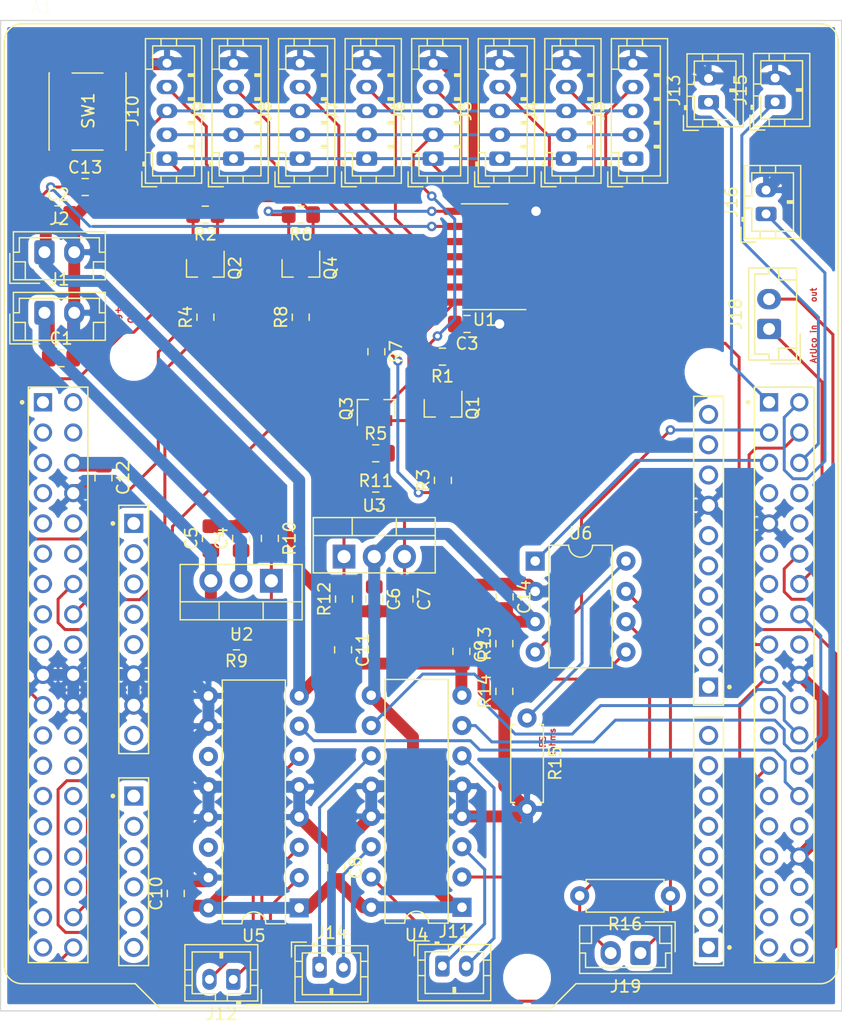
<source format=kicad_pcb>
(kicad_pcb (version 20171130) (host pcbnew 5.1.6)
  (layers (0 F.Cu signal) (31 B.Cu signal) (34 B.Paste user hide) (35 F.Paste user hide) (36 B.SilkS user) (37 F.SilkS user) (38 B.Mask user hide) (39 F.Mask user hide) (44 Edge.Cuts user))
  (net 0 "")
  (net 1 +5V)
  (net 2 GND)
  (net 3 /F4/NRST)
  (net 4 +3V3)
  (net 5 /LevelShifter_ToF_I2C/I2C_SDA_STM32)
  (net 6 /LevelShifter_ShiftRegister/STM32_DSAB)
  (net 7 /LevelShifter_ShiftRegister/STM32_CP)
  (net 8 /FinDeCourse_drapeau/STM32_GPIO)
  (net 9 /LevelShifter_ToF_I2C/I2C_SCL_STM32)
  (net 10 +2V8)
  (net 11 +6V)
  (net 12 ALIM_MOTEURS)
  (net 13 /ShiftRegister/Reset_ToF_0)
  (net 14 /LevelShifter_ToF_I2C/I2C_SDA_ToF)
  (net 15 /LevelShifter_ToF_I2C/I2C_SCL_ToF)
  (net 16 /ShiftRegister/Reset_ToF_1)
  (net 17 /ShiftRegister/Reset_ToF_2)
  (net 18 /ShiftRegister/Reset_ToF_3)
  (net 19 /ShiftRegister/Reset_ToF_4)
  (net 20 /ShiftRegister/Reset_ToF_5)
  (net 21 /ShiftRegister/Reset_ToF_6)
  (net 22 /ShiftRegister/Reset_ToF_7)
  (net 23 /Driver_moteurs/moteur2_pin2)
  (net 24 /Driver_moteurs/moteur1_pin1)
  (net 25 /Driver_moteurs/moteur2_pin1)
  (net 26 /Driver_moteurs/moteur1_pin2)
  (net 27 /LevelShifter_ShiftRegister/ShiftRegister_DSAB)
  (net 28 /LevelShifter_ShiftRegister/ShiftRegister_CP)
  (net 29 "Net-(R10-Pad2)")
  (net 30 /Driver_moteurs/moteur3_pin2)
  (net 31 /Driver_moteurs/moteur3_pin1)
  (net 32 "Net-(R11-Pad1)")
  (net 33 /FinDeCourse_bras2/STM32_GPIO)
  (net 34 /FinDeCourse_bras1/STM32_GPIO)
  (net 35 /ArUco.sch/ArUco1)
  (net 36 /ArUco.sch/ArUco2)
  (net 37 /Driver_moteurs/pwm_drapeau)
  (net 38 /Driver_moteurs/sens_bras1)
  (net 39 /Driver_moteurs/pwm_bras1)
  (net 40 /Driver_moteurs/pwm_bras2)
  (net 41 /Driver_moteurs/sens_bras2)
  (net 42 /Driver_moteurs/sens_drapeau)
  (net 43 "Net-(J19-Pad2)")
  (net 44 "Net-(J19-Pad1)")
  (net 45 "Net-(R13-Pad1)")
  (net 46 "Net-(R15-Pad1)")
  (net 47 /F4/CAN1_RX)
  (net 48 /F4/CAN1_TX)
  (module NUCLEO_F401RE:ST_NUCLEO-F401RE (layer F.Cu) (at 191.262 114.427)
    (fp_text reference A1 (at -31.825 -42.635) (layer F.SilkS) (effects (font (thickness 0.015))))
    (fp_text value NUCLEO-F401RE)
    (pad None np_thru_hole circle (at -24.13 -13.32) (size 3 3) (drill 3) (layers *.Cu *.Mask))
    (pad None np_thru_hole circle (at 24.13 -12.05) (size 3 3) (drill 3) (layers *.Cu *.Mask))
    (pad None np_thru_hole circle (at 8.89 38.75) (size 3 3) (drill 3) (layers *.Cu *.Mask))
    (pad CN5_10 thru_hole circle (at 24.13 -8.49) (size 1.605 1.605) (drill 1.07) (layers *.Cu *.Mask))
    (pad CN5_9 thru_hole circle (at 24.13 -5.95) (size 1.605 1.605) (drill 1.07) (layers *.Cu *.Mask))
    (pad CN5_8 thru_hole circle (at 24.13 -3.41) (size 1.605 1.605) (drill 1.07) (layers *.Cu *.Mask))
    (pad CN5_7 thru_hole circle (at 24.13 -0.87) (size 1.605 1.605) (drill 1.07) (layers *.Cu *.Mask) (net 2 GND))
    (pad CN5_6 thru_hole circle (at 24.13 1.67) (size 1.605 1.605) (drill 1.07) (layers *.Cu *.Mask))
    (pad CN5_5 thru_hole circle (at 24.13 4.21) (size 1.605 1.605) (drill 1.07) (layers *.Cu *.Mask))
    (pad CN5_4 thru_hole circle (at 24.13 6.75) (size 1.605 1.605) (drill 1.07) (layers *.Cu *.Mask))
    (pad CN5_3 thru_hole circle (at 24.13 9.29) (size 1.605 1.605) (drill 1.07) (layers *.Cu *.Mask))
    (pad CN5_2 thru_hole circle (at 24.13 11.83) (size 1.605 1.605) (drill 1.07) (layers *.Cu *.Mask))
    (pad CN5_1 thru_hole rect (at 24.13 14.37) (size 1.605 1.605) (drill 1.07) (layers *.Cu *.Mask))
    (pad CN8_6 thru_hole circle (at -24.13 36.21) (size 1.605 1.605) (drill 1.07) (layers *.Cu *.Mask))
    (pad CN8_5 thru_hole circle (at -24.13 33.67) (size 1.605 1.605) (drill 1.07) (layers *.Cu *.Mask))
    (pad CN8_4 thru_hole circle (at -24.13 31.13) (size 1.605 1.605) (drill 1.07) (layers *.Cu *.Mask))
    (pad CN8_3 thru_hole circle (at -24.13 28.59) (size 1.605 1.605) (drill 1.07) (layers *.Cu *.Mask))
    (pad CN8_2 thru_hole circle (at -24.13 26.05) (size 1.605 1.605) (drill 1.07) (layers *.Cu *.Mask))
    (pad CN8_1 thru_hole rect (at -24.13 23.51) (size 1.605 1.605) (drill 1.07) (layers *.Cu *.Mask))
    (pad CN9_8 thru_hole circle (at 24.13 18.43) (size 1.605 1.605) (drill 1.07) (layers *.Cu *.Mask))
    (pad CN9_7 thru_hole circle (at 24.13 20.97) (size 1.605 1.605) (drill 1.07) (layers *.Cu *.Mask))
    (pad CN9_6 thru_hole circle (at 24.13 23.51) (size 1.605 1.605) (drill 1.07) (layers *.Cu *.Mask))
    (pad CN9_5 thru_hole circle (at 24.13 26.05) (size 1.605 1.605) (drill 1.07) (layers *.Cu *.Mask))
    (pad CN9_4 thru_hole circle (at 24.13 28.59) (size 1.605 1.605) (drill 1.07) (layers *.Cu *.Mask))
    (pad CN9_3 thru_hole circle (at 24.13 31.13) (size 1.605 1.605) (drill 1.07) (layers *.Cu *.Mask))
    (pad CN9_2 thru_hole circle (at 24.13 33.67) (size 1.605 1.605) (drill 1.07) (layers *.Cu *.Mask))
    (pad CN9_1 thru_hole rect (at 24.13 36.21) (size 1.605 1.605) (drill 1.07) (layers *.Cu *.Mask))
    (pad CN6_8 thru_hole circle (at -24.13 18.43) (size 1.605 1.605) (drill 1.07) (layers *.Cu *.Mask))
    (pad CN6_7 thru_hole circle (at -24.13 15.89) (size 1.605 1.605) (drill 1.07) (layers *.Cu *.Mask) (net 2 GND))
    (pad CN6_6 thru_hole circle (at -24.13 13.35) (size 1.605 1.605) (drill 1.07) (layers *.Cu *.Mask) (net 2 GND))
    (pad CN6_5 thru_hole circle (at -24.13 10.81) (size 1.605 1.605) (drill 1.07) (layers *.Cu *.Mask))
    (pad CN6_4 thru_hole circle (at -24.13 8.27) (size 1.605 1.605) (drill 1.07) (layers *.Cu *.Mask))
    (pad CN6_3 thru_hole circle (at -24.13 5.73) (size 1.605 1.605) (drill 1.07) (layers *.Cu *.Mask))
    (pad CN6_2 thru_hole circle (at -24.13 3.19) (size 1.605 1.605) (drill 1.07) (layers *.Cu *.Mask))
    (pad CN6_1 thru_hole rect (at -24.13 0.65) (size 1.605 1.605) (drill 1.07) (layers *.Cu *.Mask))
    (pad CN10_38 thru_hole circle (at 31.75 36.21) (size 1.53 1.53) (drill 1.02) (layers *.Cu *.Mask))
    (pad CN10_36 thru_hole circle (at 31.75 33.67) (size 1.53 1.53) (drill 1.02) (layers *.Cu *.Mask))
    (pad CN10_35 thru_hole circle (at 29.21 33.67) (size 1.53 1.53) (drill 1.02) (layers *.Cu *.Mask))
    (pad CN10_34 thru_hole circle (at 31.75 31.13) (size 1.53 1.53) (drill 1.02) (layers *.Cu *.Mask))
    (pad CN10_33 thru_hole circle (at 29.21 31.13) (size 1.53 1.53) (drill 1.02) (layers *.Cu *.Mask))
    (pad CN10_32 thru_hole circle (at 31.75 28.59) (size 1.53 1.53) (drill 1.02) (layers *.Cu *.Mask) (net 2 GND))
    (pad CN10_31 thru_hole circle (at 29.21 28.59) (size 1.53 1.53) (drill 1.02) (layers *.Cu *.Mask))
    (pad CN10_30 thru_hole circle (at 31.75 26.05) (size 1.53 1.53) (drill 1.02) (layers *.Cu *.Mask))
    (pad CN10_29 thru_hole circle (at 29.21 26.05) (size 1.53 1.53) (drill 1.02) (layers *.Cu *.Mask))
    (pad CN10_28 thru_hole circle (at 31.75 23.51) (size 1.53 1.53) (drill 1.02) (layers *.Cu *.Mask) (net 42 /Driver_moteurs/sens_drapeau))
    (pad CN10_27 thru_hole circle (at 29.21 23.51) (size 1.53 1.53) (drill 1.02) (layers *.Cu *.Mask))
    (pad CN10_26 thru_hole circle (at 31.75 20.97) (size 1.53 1.53) (drill 1.02) (layers *.Cu *.Mask))
    (pad CN10_25 thru_hole circle (at 29.21 20.97) (size 1.53 1.53) (drill 1.02) (layers *.Cu *.Mask) (net 41 /Driver_moteurs/sens_bras2))
    (pad CN10_24 thru_hole circle (at 31.75 18.43) (size 1.53 1.53) (drill 1.02) (layers *.Cu *.Mask) (net 40 /Driver_moteurs/pwm_bras2))
    (pad CN10_23 thru_hole circle (at 29.21 18.43) (size 1.53 1.53) (drill 1.02) (layers *.Cu *.Mask))
    (pad CN10_22 thru_hole circle (at 31.75 15.89) (size 1.53 1.53) (drill 1.02) (layers *.Cu *.Mask))
    (pad CN10_21 thru_hole circle (at 29.21 15.89) (size 1.53 1.53) (drill 1.02) (layers *.Cu *.Mask))
    (pad CN10_20 thru_hole circle (at 31.75 13.35) (size 1.53 1.53) (drill 1.02) (layers *.Cu *.Mask) (net 2 GND))
    (pad CN10_19 thru_hole circle (at 29.21 13.35) (size 1.53 1.53) (drill 1.02) (layers *.Cu *.Mask) (net 39 /Driver_moteurs/pwm_bras1))
    (pad CN10_18 thru_hole circle (at 31.75 10.81) (size 1.53 1.53) (drill 1.02) (layers *.Cu *.Mask))
    (pad CN10_17 thru_hole circle (at 29.21 10.81) (size 1.53 1.53) (drill 1.02) (layers *.Cu *.Mask) (net 9 /LevelShifter_ToF_I2C/I2C_SCL_STM32))
    (pad CN10_16 thru_hole circle (at 31.75 8.27) (size 1.53 1.53) (drill 1.02) (layers *.Cu *.Mask) (net 38 /Driver_moteurs/sens_bras1))
    (pad CN10_15 thru_hole circle (at 29.21 8.27) (size 1.53 1.53) (drill 1.02) (layers *.Cu *.Mask))
    (pad CN10_14 thru_hole circle (at 31.75 5.73) (size 1.53 1.53) (drill 1.02) (layers *.Cu *.Mask) (net 35 /ArUco.sch/ArUco1))
    (pad CN10_13 thru_hole circle (at 29.21 5.73) (size 1.53 1.53) (drill 1.02) (layers *.Cu *.Mask))
    (pad CN10_12 thru_hole circle (at 31.75 3.19) (size 1.53 1.53) (drill 1.02) (layers *.Cu *.Mask) (net 36 /ArUco.sch/ArUco2))
    (pad CN10_11 thru_hole circle (at 29.21 3.19) (size 1.53 1.53) (drill 1.02) (layers *.Cu *.Mask))
    (pad CN10_10 thru_hole circle (at 31.75 0.65) (size 1.53 1.53) (drill 1.02) (layers *.Cu *.Mask))
    (pad CN10_9 thru_hole circle (at 29.21 0.65) (size 1.53 1.53) (drill 1.02) (layers *.Cu *.Mask) (net 2 GND))
    (pad CN10_8 thru_hole circle (at 31.75 -1.89) (size 1.53 1.53) (drill 1.02) (layers *.Cu *.Mask))
    (pad CN10_7 thru_hole circle (at 29.21 -1.89) (size 1.53 1.53) (drill 1.02) (layers *.Cu *.Mask))
    (pad CN10_6 thru_hole circle (at 31.75 -4.43) (size 1.53 1.53) (drill 1.02) (layers *.Cu *.Mask) (net 33 /FinDeCourse_bras2/STM32_GPIO))
    (pad CN10_5 thru_hole circle (at 29.21 -4.43) (size 1.53 1.53) (drill 1.02) (layers *.Cu *.Mask) (net 48 /F4/CAN1_TX))
    (pad CN10_4 thru_hole circle (at 31.75 -6.97) (size 1.53 1.53) (drill 1.02) (layers *.Cu *.Mask) (net 37 /Driver_moteurs/pwm_drapeau))
    (pad CN10_3 thru_hole circle (at 29.21 -6.97) (size 1.53 1.53) (drill 1.02) (layers *.Cu *.Mask) (net 47 /F4/CAN1_RX))
    (pad CN10_2 thru_hole circle (at 31.75 -9.51) (size 1.53 1.53) (drill 1.02) (layers *.Cu *.Mask) (net 8 /FinDeCourse_drapeau/STM32_GPIO))
    (pad CN10_37 thru_hole circle (at 29.21 36.21) (size 1.53 1.53) (drill 1.02) (layers *.Cu *.Mask))
    (pad CN10_1 thru_hole rect (at 29.21 -9.51) (size 1.53 1.53) (drill 1.02) (layers *.Cu *.Mask) (net 34 /FinDeCourse_bras1/STM32_GPIO))
    (pad CN7_38 thru_hole circle (at -29.21 36.21) (size 1.53 1.53) (drill 1.02) (layers *.Cu *.Mask) (net 7 /LevelShifter_ShiftRegister/STM32_CP))
    (pad CN7_36 thru_hole circle (at -29.21 33.67) (size 1.53 1.53) (drill 1.02) (layers *.Cu *.Mask) (net 6 /LevelShifter_ShiftRegister/STM32_DSAB))
    (pad CN7_35 thru_hole circle (at -31.75 33.67) (size 1.53 1.53) (drill 1.02) (layers *.Cu *.Mask))
    (pad CN7_34 thru_hole circle (at -29.21 31.13) (size 1.53 1.53) (drill 1.02) (layers *.Cu *.Mask))
    (pad CN7_33 thru_hole circle (at -31.75 31.13) (size 1.53 1.53) (drill 1.02) (layers *.Cu *.Mask))
    (pad CN7_32 thru_hole circle (at -29.21 28.59) (size 1.53 1.53) (drill 1.02) (layers *.Cu *.Mask))
    (pad CN7_31 thru_hole circle (at -31.75 28.59) (size 1.53 1.53) (drill 1.02) (layers *.Cu *.Mask))
    (pad CN7_30 thru_hole circle (at -29.21 26.05) (size 1.53 1.53) (drill 1.02) (layers *.Cu *.Mask))
    (pad CN7_29 thru_hole circle (at -31.75 26.05) (size 1.53 1.53) (drill 1.02) (layers *.Cu *.Mask))
    (pad CN7_28 thru_hole circle (at -29.21 23.51) (size 1.53 1.53) (drill 1.02) (layers *.Cu *.Mask))
    (pad CN7_27 thru_hole circle (at -31.75 23.51) (size 1.53 1.53) (drill 1.02) (layers *.Cu *.Mask))
    (pad CN7_26 thru_hole circle (at -29.21 20.97) (size 1.53 1.53) (drill 1.02) (layers *.Cu *.Mask))
    (pad CN7_25 thru_hole circle (at -31.75 20.97) (size 1.53 1.53) (drill 1.02) (layers *.Cu *.Mask))
    (pad CN7_24 thru_hole circle (at -29.21 18.43) (size 1.53 1.53) (drill 1.02) (layers *.Cu *.Mask))
    (pad CN7_23 thru_hole circle (at -31.75 18.43) (size 1.53 1.53) (drill 1.02) (layers *.Cu *.Mask))
    (pad CN7_22 thru_hole circle (at -29.21 15.89) (size 1.53 1.53) (drill 1.02) (layers *.Cu *.Mask) (net 2 GND))
    (pad CN7_21 thru_hole circle (at -31.75 15.89) (size 1.53 1.53) (drill 1.02) (layers *.Cu *.Mask) (net 5 /LevelShifter_ToF_I2C/I2C_SDA_STM32))
    (pad CN7_20 thru_hole circle (at -29.21 13.35) (size 1.53 1.53) (drill 1.02) (layers *.Cu *.Mask) (net 2 GND))
    (pad CN7_19 thru_hole circle (at -31.75 13.35) (size 1.53 1.53) (drill 1.02) (layers *.Cu *.Mask) (net 2 GND))
    (pad CN7_18 thru_hole circle (at -29.21 10.81) (size 1.53 1.53) (drill 1.02) (layers *.Cu *.Mask))
    (pad CN7_17 thru_hole circle (at -31.75 10.81) (size 1.53 1.53) (drill 1.02) (layers *.Cu *.Mask))
    (pad CN7_16 thru_hole circle (at -29.21 8.27) (size 1.53 1.53) (drill 1.02) (layers *.Cu *.Mask) (net 4 +3V3))
    (pad CN7_15 thru_hole circle (at -31.75 8.27) (size 1.53 1.53) (drill 1.02) (layers *.Cu *.Mask))
    (pad CN7_14 thru_hole circle (at -29.21 5.73) (size 1.53 1.53) (drill 1.02) (layers *.Cu *.Mask) (net 3 /F4/NRST))
    (pad CN7_13 thru_hole circle (at -31.75 5.73) (size 1.53 1.53) (drill 1.02) (layers *.Cu *.Mask))
    (pad CN7_12 thru_hole circle (at -29.21 3.19) (size 1.53 1.53) (drill 1.02) (layers *.Cu *.Mask))
    (pad CN7_11 thru_hole circle (at -31.75 3.19) (size 1.53 1.53) (drill 1.02) (layers *.Cu *.Mask))
    (pad CN7_10 thru_hole circle (at -29.21 0.65) (size 1.53 1.53) (drill 1.02) (layers *.Cu *.Mask))
    (pad CN7_9 thru_hole circle (at -31.75 0.65) (size 1.53 1.53) (drill 1.02) (layers *.Cu *.Mask))
    (pad CN7_8 thru_hole circle (at -29.21 -1.89) (size 1.53 1.53) (drill 1.02) (layers *.Cu *.Mask) (net 2 GND))
    (pad CN7_7 thru_hole circle (at -31.75 -1.89) (size 1.53 1.53) (drill 1.02) (layers *.Cu *.Mask))
    (pad CN7_6 thru_hole circle (at -29.21 -4.43) (size 1.53 1.53) (drill 1.02) (layers *.Cu *.Mask) (net 1 +5V))
    (pad CN7_5 thru_hole circle (at -31.75 -4.43) (size 1.53 1.53) (drill 1.02) (layers *.Cu *.Mask))
    (pad CN7_4 thru_hole circle (at -29.21 -6.97) (size 1.53 1.53) (drill 1.02) (layers *.Cu *.Mask))
    (pad CN7_3 thru_hole circle (at -31.75 -6.97) (size 1.53 1.53) (drill 1.02) (layers *.Cu *.Mask))
    (pad CN7_2 thru_hole circle (at -29.21 -9.51) (size 1.53 1.53) (drill 1.02) (layers *.Cu *.Mask))
    (pad CN7_37 thru_hole circle (at -31.75 36.21) (size 1.53 1.53) (drill 1.02) (layers *.Cu *.Mask))
    (pad CN7_1 thru_hole rect (at -31.75 -9.51) (size 1.53 1.53) (drill 1.02) (layers *.Cu *.Mask))
  )
  (module Resistor_THT:R_Axial_DIN0207_L6.3mm_D2.5mm_P7.62mm_Horizontal (layer F.Cu) (at 212.1916 146.304 180)
    (fp_text reference R16 (at 3.81 -2.37) (layer F.SilkS))
    (fp_text value 120)
    (pad 2 thru_hole oval (at 7.62 0 180) (size 1.6 1.6) (drill 0.8) (layers *.Cu *.Mask) (net 43 "Net-(J19-Pad2)"))
    (pad 1 thru_hole circle (at 0 0 180) (size 1.6 1.6) (drill 0.8) (layers *.Cu *.Mask) (net 44 "Net-(J19-Pad1)"))
  )
  (module Resistor_THT:R_Axial_DIN0207_L6.3mm_D2.5mm_P7.62mm_Horizontal (layer F.Cu) (at 200.152 131.3942 270)
    (fp_text reference R15 (at 3.81 -2.37 90) (layer F.SilkS))
    (fp_text value 10k)
    (pad 2 thru_hole oval (at 7.62 0 270) (size 1.6 1.6) (drill 0.8) (layers *.Cu *.Mask) (net 2 GND))
    (pad 1 thru_hole circle (at 0 0 270) (size 1.6 1.6) (drill 0.8) (layers *.Cu *.Mask) (net 46 "Net-(R15-Pad1)"))
  )
  (module Resistor_SMD:R_0805_2012Metric_Pad1.15x1.40mm_HandSolder (layer F.Cu) (at 198.247 129.159 90)
    (fp_text reference R14 (at 0 -1.65 270) (layer F.SilkS))
    (fp_text value 470)
    (pad 2 smd roundrect (at 1.025 0 90) (size 1.15 1.4) (layers F.Cu F.Paste F.Mask) (roundrect_rratio 0.217391) (net 45 "Net-(R13-Pad1)"))
    (pad 1 smd roundrect (at -1.025 0 90) (size 1.15 1.4) (layers F.Cu F.Paste F.Mask) (roundrect_rratio 0.217391) (net 2 GND))
  )
  (module Resistor_SMD:R_0805_2012Metric_Pad1.15x1.40mm_HandSolder (layer F.Cu) (at 198.247 125.1548 90)
    (fp_text reference R13 (at 0 -1.65 270) (layer F.SilkS))
    (fp_text value 470)
    (pad 2 smd roundrect (at 1.025 0 90) (size 1.15 1.4) (layers F.Cu F.Paste F.Mask) (roundrect_rratio 0.217391) (net 1 +5V))
    (pad 1 smd roundrect (at -1.025 0 90) (size 1.15 1.4) (layers F.Cu F.Paste F.Mask) (roundrect_rratio 0.217391) (net 45 "Net-(R13-Pad1)"))
  )
  (module Capacitor_SMD:C_0805_2012Metric_Pad1.15x1.40mm_HandSolder (layer F.Cu) (at 198.2724 121.2342 270)
    (fp_text reference C14 (at 0 -1.65 270) (layer F.SilkS))
    (fp_text value 100n)
    (pad 2 smd roundrect (at 1.025 0 270) (size 1.15 1.4) (layers F.Cu F.Paste F.Mask) (roundrect_rratio 0.217391) (net 1 +5V))
    (pad 1 smd roundrect (at -1.025 0 270) (size 1.15 1.4) (layers F.Cu F.Paste F.Mask) (roundrect_rratio 0.217391) (net 2 GND))
  )
  (module Package_DIP:DIP-8_W7.62mm (layer F.Cu) (at 200.8378 118.237)
    (fp_text reference U6 (at 3.81 -2.33) (layer F.SilkS))
    (fp_text value MCP2551-I-P)
    (pad 8 thru_hole oval (at 7.62 0) (size 1.6 1.6) (drill 0.8) (layers *.Cu *.Mask) (net 46 "Net-(R15-Pad1)"))
    (pad 4 thru_hole oval (at 0 7.62) (size 1.6 1.6) (drill 0.8) (layers *.Cu *.Mask) (net 47 /F4/CAN1_RX))
    (pad 7 thru_hole oval (at 7.62 2.54) (size 1.6 1.6) (drill 0.8) (layers *.Cu *.Mask) (net 44 "Net-(J19-Pad1)"))
    (pad 3 thru_hole oval (at 0 5.08) (size 1.6 1.6) (drill 0.8) (layers *.Cu *.Mask) (net 1 +5V))
    (pad 6 thru_hole oval (at 7.62 5.08) (size 1.6 1.6) (drill 0.8) (layers *.Cu *.Mask) (net 43 "Net-(J19-Pad2)"))
    (pad 2 thru_hole oval (at 0 2.54) (size 1.6 1.6) (drill 0.8) (layers *.Cu *.Mask) (net 2 GND))
    (pad 5 thru_hole oval (at 7.62 7.62) (size 1.6 1.6) (drill 0.8) (layers *.Cu *.Mask) (net 45 "Net-(R13-Pad1)"))
    (pad 1 thru_hole rect (at 0 0) (size 1.6 1.6) (drill 0.8) (layers *.Cu *.Mask) (net 48 /F4/CAN1_TX))
  )
  (module Connector_JST:JST_EH_B2B-EH-A_1x02_P2.50mm_Vertical (layer F.Cu) (at 209.677 151.1046 180)
    (fp_text reference J19 (at 1.25 -2.8) (layer F.SilkS))
    (fp_text value output_CAN)
    (pad 2 thru_hole oval (at 2.5 0 180) (size 1.7 2) (drill 1) (layers *.Cu *.Mask) (net 43 "Net-(J19-Pad2)"))
    (pad 1 thru_hole roundrect (at 0 0 180) (size 1.7 2) (drill 1) (layers *.Cu *.Mask) (roundrect_rratio 0.147059) (net 44 "Net-(J19-Pad1)"))
  )
  (module Package_DIP:DIP-16_W7.62mm (layer F.Cu) (at 194.691 147.2692 180)
    (fp_text reference U4 (at 3.81 -2.33) (layer F.SilkS))
    (fp_text value L293D)
    (pad 16 thru_hole oval (at 7.62 0 180) (size 1.6 1.6) (drill 0.8) (layers *.Cu *.Mask) (net 1 +5V))
    (pad 8 thru_hole oval (at 0 17.78 180) (size 1.6 1.6) (drill 0.8) (layers *.Cu *.Mask) (net 12 ALIM_MOTEURS))
    (pad 15 thru_hole oval (at 7.62 2.54 180) (size 1.6 1.6) (drill 0.8) (layers *.Cu *.Mask) (net 41 /Driver_moteurs/sens_bras2))
    (pad 7 thru_hole oval (at 0 15.24 180) (size 1.6 1.6) (drill 0.8) (layers *.Cu *.Mask) (net 38 /Driver_moteurs/sens_bras1))
    (pad 14 thru_hole oval (at 7.62 5.08 180) (size 1.6 1.6) (drill 0.8) (layers *.Cu *.Mask) (net 23 /Driver_moteurs/moteur2_pin2))
    (pad 6 thru_hole oval (at 0 12.7 180) (size 1.6 1.6) (drill 0.8) (layers *.Cu *.Mask) (net 26 /Driver_moteurs/moteur1_pin2))
    (pad 13 thru_hole oval (at 7.62 7.62 180) (size 1.6 1.6) (drill 0.8) (layers *.Cu *.Mask) (net 2 GND))
    (pad 5 thru_hole oval (at 0 10.16 180) (size 1.6 1.6) (drill 0.8) (layers *.Cu *.Mask) (net 2 GND))
    (pad 12 thru_hole oval (at 7.62 10.16 180) (size 1.6 1.6) (drill 0.8) (layers *.Cu *.Mask) (net 2 GND))
    (pad 4 thru_hole oval (at 0 7.62 180) (size 1.6 1.6) (drill 0.8) (layers *.Cu *.Mask) (net 2 GND))
    (pad 11 thru_hole oval (at 7.62 12.7 180) (size 1.6 1.6) (drill 0.8) (layers *.Cu *.Mask) (net 25 /Driver_moteurs/moteur2_pin1))
    (pad 3 thru_hole oval (at 0 5.08 180) (size 1.6 1.6) (drill 0.8) (layers *.Cu *.Mask) (net 24 /Driver_moteurs/moteur1_pin1))
    (pad 10 thru_hole oval (at 7.62 15.24 180) (size 1.6 1.6) (drill 0.8) (layers *.Cu *.Mask) (net 40 /Driver_moteurs/pwm_bras2))
    (pad 2 thru_hole oval (at 0 2.54 180) (size 1.6 1.6) (drill 0.8) (layers *.Cu *.Mask) (net 39 /Driver_moteurs/pwm_bras1))
    (pad 9 thru_hole oval (at 7.62 17.78 180) (size 1.6 1.6) (drill 0.8) (layers *.Cu *.Mask) (net 1 +5V))
    (pad 1 thru_hole rect (at 0 0 180) (size 1.6 1.6) (drill 0.8) (layers *.Cu *.Mask) (net 1 +5V))
  )
  (module Connector_JST:JST_EH_B2B-EH-A_1x02_P2.50mm_Vertical (layer F.Cu) (at 220.472 98.766 90)
    (fp_text reference J18 (at 1.25 -2.8 90) (layer F.SilkS))
    (fp_text value Conn_01x02)
    (pad 2 thru_hole oval (at 2.5 0 90) (size 1.7 2) (drill 1) (layers *.Cu *.Mask) (net 36 /ArUco.sch/ArUco2))
    (pad 1 thru_hole roundrect (at 0 0 90) (size 1.7 2) (drill 1) (layers *.Cu *.Mask) (roundrect_rratio 0.147059) (net 35 /ArUco.sch/ArUco1))
  )
  (module Connector_JST:JST_PH_B2B-PH-K_1x02_P2.00mm_Vertical (layer F.Cu) (at 220.218 89.122 90)
    (fp_text reference J16 (at 1 -2.9 90) (layer F.SilkS))
    (fp_text value butee)
    (pad 2 thru_hole oval (at 2 0 90) (size 1.2 1.75) (drill 0.75) (layers *.Cu *.Mask) (net 2 GND))
    (pad 1 thru_hole roundrect (at 0 0 90) (size 1.2 1.75) (drill 0.75) (layers *.Cu *.Mask) (roundrect_rratio 0.208333) (net 8 /FinDeCourse_drapeau/STM32_GPIO))
  )
  (module Connector_JST:JST_PH_B2B-PH-K_1x02_P2.00mm_Vertical (layer F.Cu) (at 220.98 79.724 90)
    (fp_text reference J15 (at 1 -2.9 90) (layer F.SilkS))
    (fp_text value butee)
    (pad 2 thru_hole oval (at 2 0 90) (size 1.2 1.75) (drill 0.75) (layers *.Cu *.Mask) (net 2 GND))
    (pad 1 thru_hole roundrect (at 0 0 90) (size 1.2 1.75) (drill 0.75) (layers *.Cu *.Mask) (roundrect_rratio 0.208333) (net 33 /FinDeCourse_bras2/STM32_GPIO))
  )
  (module Package_DIP:DIP-16_W7.62mm (layer F.Cu) (at 181.0258 147.32 180)
    (fp_text reference U5 (at 3.81 -2.33) (layer F.SilkS))
    (fp_text value L293D)
    (pad 16 thru_hole oval (at 7.62 0 180) (size 1.6 1.6) (drill 0.8) (layers *.Cu *.Mask) (net 1 +5V))
    (pad 8 thru_hole oval (at 0 17.78 180) (size 1.6 1.6) (drill 0.8) (layers *.Cu *.Mask) (net 12 ALIM_MOTEURS))
    (pad 15 thru_hole oval (at 7.62 2.54 180) (size 1.6 1.6) (drill 0.8) (layers *.Cu *.Mask) (net 2 GND))
    (pad 7 thru_hole oval (at 0 15.24 180) (size 1.6 1.6) (drill 0.8) (layers *.Cu *.Mask) (net 42 /Driver_moteurs/sens_drapeau))
    (pad 14 thru_hole oval (at 7.62 5.08 180) (size 1.6 1.6) (drill 0.8) (layers *.Cu *.Mask))
    (pad 6 thru_hole oval (at 0 12.7 180) (size 1.6 1.6) (drill 0.8) (layers *.Cu *.Mask) (net 30 /Driver_moteurs/moteur3_pin2))
    (pad 13 thru_hole oval (at 7.62 7.62 180) (size 1.6 1.6) (drill 0.8) (layers *.Cu *.Mask) (net 2 GND))
    (pad 5 thru_hole oval (at 0 10.16 180) (size 1.6 1.6) (drill 0.8) (layers *.Cu *.Mask) (net 2 GND))
    (pad 12 thru_hole oval (at 7.62 10.16 180) (size 1.6 1.6) (drill 0.8) (layers *.Cu *.Mask) (net 2 GND))
    (pad 4 thru_hole oval (at 0 7.62 180) (size 1.6 1.6) (drill 0.8) (layers *.Cu *.Mask) (net 2 GND))
    (pad 11 thru_hole oval (at 7.62 12.7 180) (size 1.6 1.6) (drill 0.8) (layers *.Cu *.Mask))
    (pad 3 thru_hole oval (at 0 5.08 180) (size 1.6 1.6) (drill 0.8) (layers *.Cu *.Mask) (net 31 /Driver_moteurs/moteur3_pin1))
    (pad 10 thru_hole oval (at 7.62 15.24 180) (size 1.6 1.6) (drill 0.8) (layers *.Cu *.Mask) (net 2 GND))
    (pad 2 thru_hole oval (at 0 2.54 180) (size 1.6 1.6) (drill 0.8) (layers *.Cu *.Mask) (net 37 /Driver_moteurs/pwm_drapeau))
    (pad 9 thru_hole oval (at 7.62 17.78 180) (size 1.6 1.6) (drill 0.8) (layers *.Cu *.Mask) (net 2 GND))
    (pad 1 thru_hole rect (at 0 0 180) (size 1.6 1.6) (drill 0.8) (layers *.Cu *.Mask) (net 1 +5V))
  )
  (module Connector_JST:JST_PH_B5B-PH-K_1x05_P2.00mm_Vertical (layer F.Cu) (at 192.278 84.481426 90)
    (fp_text reference J6 (at 4 -2.9 90) (layer F.SilkS))
    (fp_text value ToF)
    (pad 5 thru_hole oval (at 8 0 90) (size 1.2 1.75) (drill 0.75) (layers *.Cu *.Mask) (net 2 GND))
    (pad 4 thru_hole oval (at 6 0 90) (size 1.2 1.75) (drill 0.75) (layers *.Cu *.Mask) (net 18 /ShiftRegister/Reset_ToF_3))
    (pad 3 thru_hole oval (at 4 0 90) (size 1.2 1.75) (drill 0.75) (layers *.Cu *.Mask) (net 14 /LevelShifter_ToF_I2C/I2C_SDA_ToF))
    (pad 2 thru_hole oval (at 2 0 90) (size 1.2 1.75) (drill 0.75) (layers *.Cu *.Mask) (net 15 /LevelShifter_ToF_I2C/I2C_SCL_ToF))
    (pad 1 thru_hole roundrect (at 0 0 90) (size 1.2 1.75) (drill 0.75) (layers *.Cu *.Mask) (roundrect_rratio 0.208333) (net 10 +2V8))
  )
  (module Capacitor_SMD:C_0805_2012Metric_Pad1.15x1.40mm_HandSolder (layer F.Cu) (at 184.7088 125.6792 270)
    (fp_text reference C11 (at 0 -1.65 270) (layer F.SilkS))
    (fp_text value 100n)
    (pad 2 smd roundrect (at 1.025 0 270) (size 1.15 1.4) (layers F.Cu F.Paste F.Mask) (roundrect_rratio 0.217391) (net 12 ALIM_MOTEURS))
    (pad 1 smd roundrect (at -1.025 0 270) (size 1.15 1.4) (layers F.Cu F.Paste F.Mask) (roundrect_rratio 0.217391) (net 2 GND))
  )
  (module Capacitor_SMD:C_0805_2012Metric_Pad1.15x1.40mm_HandSolder (layer F.Cu) (at 170.6626 146.1098 90)
    (fp_text reference C10 (at 0 -1.65 270) (layer F.SilkS))
    (fp_text value 100n)
    (pad 1 smd roundrect (at -1.025 0 90) (size 1.15 1.4) (layers F.Cu F.Paste F.Mask) (roundrect_rratio 0.217391) (net 1 +5V))
    (pad 2 smd roundrect (at 1.025 0 90) (size 1.15 1.4) (layers F.Cu F.Paste F.Mask) (roundrect_rratio 0.217391) (net 2 GND))
  )
  (module Connector_JST:JST_PH_B5B-PH-K_1x05_P2.00mm_Vertical (layer F.Cu) (at 203.454 84.481426 90)
    (fp_text reference J4 (at 4 -2.9 90) (layer F.SilkS))
    (fp_text value ToF)
    (pad 5 thru_hole oval (at 8 0 90) (size 1.2 1.75) (drill 0.75) (layers *.Cu *.Mask) (net 2 GND))
    (pad 4 thru_hole oval (at 6 0 90) (size 1.2 1.75) (drill 0.75) (layers *.Cu *.Mask) (net 16 /ShiftRegister/Reset_ToF_1))
    (pad 3 thru_hole oval (at 4 0 90) (size 1.2 1.75) (drill 0.75) (layers *.Cu *.Mask) (net 14 /LevelShifter_ToF_I2C/I2C_SDA_ToF))
    (pad 2 thru_hole oval (at 2 0 90) (size 1.2 1.75) (drill 0.75) (layers *.Cu *.Mask) (net 15 /LevelShifter_ToF_I2C/I2C_SCL_ToF))
    (pad 1 thru_hole roundrect (at 0 0 90) (size 1.2 1.75) (drill 0.75) (layers *.Cu *.Mask) (roundrect_rratio 0.208333) (net 10 +2V8))
  )
  (module Button_Switch_SMD:SW_Push_1P1T_NO_6x6mm_H9.5mm (layer F.Cu) (at 163.256 80.5365 270)
    (fp_text reference SW1 (at -0.0635 -0.0635 90) (layer F.SilkS))
    (fp_text value SW_Push)
    (pad 2 smd rect (at -3.975 2.25 270) (size 1.55 1.3) (layers F.Cu F.Paste F.Mask) (net 3 /F4/NRST))
    (pad 1 smd rect (at -3.975 -2.25 270) (size 1.55 1.3) (layers F.Cu F.Paste F.Mask) (net 2 GND))
    (pad 1 smd rect (at 3.975 -2.25 270) (size 1.55 1.3) (layers F.Cu F.Paste F.Mask) (net 2 GND))
    (pad 2 smd rect (at 3.975 2.25 270) (size 1.55 1.3) (layers F.Cu F.Paste F.Mask) (net 3 /F4/NRST))
  )
  (module Connector_JST:JST_PH_B5B-PH-K_1x05_P2.00mm_Vertical (layer F.Cu) (at 186.69 84.481426 90)
    (fp_text reference J7 (at 4 -2.9 90) (layer F.SilkS))
    (fp_text value ToF)
    (pad 5 thru_hole oval (at 8 0 90) (size 1.2 1.75) (drill 0.75) (layers *.Cu *.Mask) (net 2 GND))
    (pad 4 thru_hole oval (at 6 0 90) (size 1.2 1.75) (drill 0.75) (layers *.Cu *.Mask) (net 19 /ShiftRegister/Reset_ToF_4))
    (pad 3 thru_hole oval (at 4 0 90) (size 1.2 1.75) (drill 0.75) (layers *.Cu *.Mask) (net 14 /LevelShifter_ToF_I2C/I2C_SDA_ToF))
    (pad 2 thru_hole oval (at 2 0 90) (size 1.2 1.75) (drill 0.75) (layers *.Cu *.Mask) (net 15 /LevelShifter_ToF_I2C/I2C_SCL_ToF))
    (pad 1 thru_hole roundrect (at 0 0 90) (size 1.2 1.75) (drill 0.75) (layers *.Cu *.Mask) (roundrect_rratio 0.208333) (net 10 +2V8))
  )
  (module Package_TO_SOT_THT:TO-220-3_Vertical (layer F.Cu) (at 178.689 119.888 180)
    (fp_text reference U2 (at 2.5 -4.5) (layer F.SilkS))
    (fp_text value LM317_TO3)
    (pad 1 thru_hole rect (at 0 0 180) (size 1.905 2) (drill 1.1) (layers *.Cu *.Mask) (net 29 "Net-(R10-Pad2)"))
    (pad 2 thru_hole oval (at 2.54 0 180) (size 1.905 2) (drill 1.1) (layers *.Cu *.Mask) (net 11 +6V))
    (pad 3 thru_hole oval (at 5.08 0 180) (size 1.905 2) (drill 1.1) (layers *.Cu *.Mask) (net 1 +5V))
  )
  (module Package_TO_SOT_THT:TO-220-3_Vertical (layer F.Cu) (at 184.785 117.856)
    (fp_text reference U3 (at 2.54 -4.27) (layer F.SilkS))
    (fp_text value LM317_TO3)
    (pad 1 thru_hole rect (at 0 0) (size 1.905 2) (drill 1.1) (layers *.Cu *.Mask) (net 32 "Net-(R11-Pad1)"))
    (pad 2 thru_hole oval (at 2.54 0) (size 1.905 2) (drill 1.1) (layers *.Cu *.Mask) (net 1 +5V))
    (pad 3 thru_hole oval (at 5.08 0) (size 1.905 2) (drill 1.1) (layers *.Cu *.Mask) (net 10 +2V8))
  )
  (module Package_SO:SOIC-14_3.9x8.7mm_P1.27mm (layer F.Cu) (at 196.596 92.71 180)
    (fp_text reference U1 (at 0 -5.28) (layer F.SilkS))
    (fp_text value 74HC164)
    (pad 14 smd roundrect (at 2.475 -3.81 180) (size 1.95 0.6) (layers F.Cu F.Paste F.Mask) (net 10 +2V8))
    (pad 13 smd roundrect (at 2.475 -2.54 180) (size 1.95 0.6) (layers F.Cu F.Paste F.Mask) (net 22 /ShiftRegister/Reset_ToF_7))
    (pad 12 smd roundrect (at 2.475 -1.27 180) (size 1.95 0.6) (layers F.Cu F.Paste F.Mask) (net 21 /ShiftRegister/Reset_ToF_6))
    (pad 11 smd roundrect (at 2.475 0 180) (size 1.95 0.6) (layers F.Cu F.Paste F.Mask) (net 20 /ShiftRegister/Reset_ToF_5))
    (pad 10 smd roundrect (at 2.475 1.27 180) (size 1.95 0.6) (layers F.Cu F.Paste F.Mask) (net 19 /ShiftRegister/Reset_ToF_4))
    (pad 9 smd roundrect (at 2.475 2.54 180) (size 1.95 0.6) (layers F.Cu F.Paste F.Mask) (net 3 /F4/NRST))
    (pad 8 smd roundrect (at 2.475 3.81 180) (size 1.95 0.6) (layers F.Cu F.Paste F.Mask) (net 28 /LevelShifter_ShiftRegister/ShiftRegister_CP))
    (pad 7 smd roundrect (at -2.475 3.81 180) (size 1.95 0.6) (layers F.Cu F.Paste F.Mask) (net 2 GND))
    (pad 6 smd roundrect (at -2.475 2.54 180) (size 1.95 0.6) (layers F.Cu F.Paste F.Mask) (net 18 /ShiftRegister/Reset_ToF_3))
    (pad 5 smd roundrect (at -2.475 1.27 180) (size 1.95 0.6) (layers F.Cu F.Paste F.Mask) (net 17 /ShiftRegister/Reset_ToF_2))
    (pad 4 smd roundrect (at -2.475 0 180) (size 1.95 0.6) (layers F.Cu F.Paste F.Mask) (net 16 /ShiftRegister/Reset_ToF_1))
    (pad 3 smd roundrect (at -2.475 -1.27 180) (size 1.95 0.6) (layers F.Cu F.Paste F.Mask) (net 13 /ShiftRegister/Reset_ToF_0))
    (pad 2 smd roundrect (at -2.475 -2.54 180) (size 1.95 0.6) (layers F.Cu F.Paste F.Mask) (net 27 /LevelShifter_ShiftRegister/ShiftRegister_DSAB))
    (pad 1 smd roundrect (at -2.475 -3.81 180) (size 1.95 0.6) (layers F.Cu F.Paste F.Mask) (net 27 /LevelShifter_ShiftRegister/ShiftRegister_DSAB))
  )
  (module Resistor_SMD:R_0805_2012Metric_Pad1.15x1.40mm_HandSolder (layer F.Cu) (at 178.562 116.332 270)
    (fp_text reference R10 (at 0 -1.65 270) (layer F.SilkS))
    (fp_text value 3k)
    (pad 1 smd roundrect (at -1.025 0 270) (size 1.15 1.4) (layers F.Cu F.Paste F.Mask) (roundrect_rratio 0.217391) (net 2 GND))
    (pad 2 smd roundrect (at 1.025 0 270) (size 1.15 1.4) (layers F.Cu F.Paste F.Mask) (roundrect_rratio 0.217391) (net 29 "Net-(R10-Pad2)"))
  )
  (module Resistor_SMD:R_0805_2012Metric_Pad1.15x1.40mm_HandSolder (layer F.Cu) (at 175.759 124.968 180)
    (fp_text reference R9 (at 0 -1.65) (layer F.SilkS))
    (fp_text value 1k)
    (pad 1 smd roundrect (at -1.025 0 180) (size 1.15 1.4) (layers F.Cu F.Paste F.Mask) (roundrect_rratio 0.217391) (net 29 "Net-(R10-Pad2)"))
    (pad 2 smd roundrect (at 1.025 0 180) (size 1.15 1.4) (layers F.Cu F.Paste F.Mask) (roundrect_rratio 0.217391) (net 1 +5V))
  )
  (module Resistor_SMD:R_0805_2012Metric_Pad1.15x1.40mm_HandSolder (layer F.Cu) (at 184.785 121.421 90)
    (fp_text reference R12 (at 0 -1.65 270) (layer F.SilkS))
    (fp_text value 300)
    (pad 1 smd roundrect (at -1.025 0 90) (size 1.15 1.4) (layers F.Cu F.Paste F.Mask) (roundrect_rratio 0.217391) (net 2 GND))
    (pad 2 smd roundrect (at 1.025 0 90) (size 1.15 1.4) (layers F.Cu F.Paste F.Mask) (roundrect_rratio 0.217391) (net 32 "Net-(R11-Pad1)"))
  )
  (module Resistor_SMD:R_0805_2012Metric_Pad1.15x1.40mm_HandSolder (layer F.Cu) (at 187.452 113.157)
    (fp_text reference R11 (at 0 -1.65) (layer F.SilkS))
    (fp_text value 240)
    (pad 1 smd roundrect (at -1.025 0) (size 1.15 1.4) (layers F.Cu F.Paste F.Mask) (roundrect_rratio 0.217391) (net 32 "Net-(R11-Pad1)"))
    (pad 2 smd roundrect (at 1.025 0) (size 1.15 1.4) (layers F.Cu F.Paste F.Mask) (roundrect_rratio 0.217391) (net 10 +2V8))
  )
  (module Resistor_SMD:R_0805_2012Metric_Pad1.15x1.40mm_HandSolder (layer F.Cu) (at 181.1528 97.781 90)
    (fp_text reference R8 (at 0 -1.65 90) (layer F.SilkS))
    (fp_text value Pull)
    (pad 2 smd roundrect (at 1.025 0 90) (size 1.15 1.4) (layers F.Cu F.Paste F.Mask) (roundrect_rratio 0.217391) (net 7 /LevelShifter_ShiftRegister/STM32_CP))
    (pad 1 smd roundrect (at -1.025 0 90) (size 1.15 1.4) (layers F.Cu F.Paste F.Mask) (roundrect_rratio 0.217391) (net 4 +3V3))
  )
  (module Resistor_SMD:R_0805_2012Metric_Pad1.15x1.40mm_HandSolder (layer F.Cu) (at 187.5028 100.6766 270)
    (fp_text reference R7 (at 0 -1.65 90) (layer F.SilkS))
    (fp_text value Pull)
    (pad 2 smd roundrect (at 1.025 0 270) (size 1.15 1.4) (layers F.Cu F.Paste F.Mask) (roundrect_rratio 0.217391) (net 6 /LevelShifter_ShiftRegister/STM32_DSAB))
    (pad 1 smd roundrect (at -1.025 0 270) (size 1.15 1.4) (layers F.Cu F.Paste F.Mask) (roundrect_rratio 0.217391) (net 4 +3V3))
  )
  (module Resistor_SMD:R_0805_2012Metric_Pad1.15x1.40mm_HandSolder (layer F.Cu) (at 181.1692 89.1794 180)
    (fp_text reference R6 (at 0 -1.65 180) (layer F.SilkS))
    (fp_text value Pull)
    (pad 2 smd roundrect (at 1.025 0 180) (size 1.15 1.4) (layers F.Cu F.Paste F.Mask) (roundrect_rratio 0.217391) (net 28 /LevelShifter_ShiftRegister/ShiftRegister_CP))
    (pad 1 smd roundrect (at -1.025 0 180) (size 1.15 1.4) (layers F.Cu F.Paste F.Mask) (roundrect_rratio 0.217391) (net 10 +2V8))
  )
  (module Resistor_SMD:R_0805_2012Metric_Pad1.15x1.40mm_HandSolder (layer F.Cu) (at 187.452 109.1946)
    (fp_text reference R5 (at 0 -1.65 180) (layer F.SilkS))
    (fp_text value Pull)
    (pad 1 smd roundrect (at -1.025 0) (size 1.15 1.4) (layers F.Cu F.Paste F.Mask) (roundrect_rratio 0.217391) (net 10 +2V8))
    (pad 2 smd roundrect (at 1.025 0) (size 1.15 1.4) (layers F.Cu F.Paste F.Mask) (roundrect_rratio 0.217391) (net 27 /LevelShifter_ShiftRegister/ShiftRegister_DSAB))
  )
  (module Resistor_SMD:R_0805_2012Metric_Pad1.15x1.40mm_HandSolder (layer F.Cu) (at 173.1518 97.781 90)
    (fp_text reference R4 (at 0 -1.65 90) (layer F.SilkS))
    (fp_text value Pull)
    (pad 1 smd roundrect (at -1.025 0 90) (size 1.15 1.4) (layers F.Cu F.Paste F.Mask) (roundrect_rratio 0.217391) (net 4 +3V3))
    (pad 2 smd roundrect (at 1.025 0 90) (size 1.15 1.4) (layers F.Cu F.Paste F.Mask) (roundrect_rratio 0.217391) (net 5 /LevelShifter_ToF_I2C/I2C_SDA_STM32))
  )
  (module Resistor_SMD:R_0805_2012Metric_Pad1.15x1.40mm_HandSolder (layer F.Cu) (at 193.0908 111.4642 90)
    (fp_text reference R3 (at 0 -1.65 90) (layer F.SilkS))
    (fp_text value Pull)
    (pad 2 smd roundrect (at 1.025 0 90) (size 1.15 1.4) (layers F.Cu F.Paste F.Mask) (roundrect_rratio 0.217391) (net 9 /LevelShifter_ToF_I2C/I2C_SCL_STM32))
    (pad 1 smd roundrect (at -1.025 0 90) (size 1.15 1.4) (layers F.Cu F.Paste F.Mask) (roundrect_rratio 0.217391) (net 4 +3V3))
  )
  (module Resistor_SMD:R_0805_2012Metric_Pad1.15x1.40mm_HandSolder (layer F.Cu) (at 173.1428 89.1794 180)
    (fp_text reference R2 (at 0 -1.65 180) (layer F.SilkS))
    (fp_text value Pull)
    (pad 1 smd roundrect (at -1.025 0 180) (size 1.15 1.4) (layers F.Cu F.Paste F.Mask) (roundrect_rratio 0.217391) (net 10 +2V8))
    (pad 2 smd roundrect (at 1.025 0 180) (size 1.15 1.4) (layers F.Cu F.Paste F.Mask) (roundrect_rratio 0.217391) (net 14 /LevelShifter_ToF_I2C/I2C_SDA_ToF))
  )
  (module Resistor_SMD:R_0805_2012Metric_Pad1.15x1.40mm_HandSolder (layer F.Cu) (at 193.049 101.092 180)
    (fp_text reference R1 (at 0 -1.65 180) (layer F.SilkS))
    (fp_text value Pull)
    (pad 2 smd roundrect (at 1.025 0 180) (size 1.15 1.4) (layers F.Cu F.Paste F.Mask) (roundrect_rratio 0.217391) (net 15 /LevelShifter_ToF_I2C/I2C_SCL_ToF))
    (pad 1 smd roundrect (at -1.025 0 180) (size 1.15 1.4) (layers F.Cu F.Paste F.Mask) (roundrect_rratio 0.217391) (net 10 +2V8))
  )
  (module Package_TO_SOT_SMD:SOT-23 (layer F.Cu) (at 181.168 93.6592 270)
    (fp_text reference Q4 (at 0 -2.5 270) (layer F.SilkS))
    (fp_text value BSS138)
    (pad 1 smd rect (at -1 -0.95 270) (size 0.9 0.8) (layers F.Cu F.Paste F.Mask) (net 10 +2V8))
    (pad 2 smd rect (at -1 0.95 270) (size 0.9 0.8) (layers F.Cu F.Paste F.Mask) (net 28 /LevelShifter_ShiftRegister/ShiftRegister_CP))
    (pad 3 smd rect (at 1 0 270) (size 0.9 0.8) (layers F.Cu F.Paste F.Mask) (net 7 /LevelShifter_ShiftRegister/STM32_CP))
  )
  (module Package_TO_SOT_SMD:SOT-23 (layer F.Cu) (at 187.4876 105.4514 90)
    (fp_text reference Q3 (at 0 -2.5 270) (layer F.SilkS))
    (fp_text value BSS138)
    (pad 3 smd rect (at 1 0 90) (size 0.9 0.8) (layers F.Cu F.Paste F.Mask) (net 6 /LevelShifter_ShiftRegister/STM32_DSAB))
    (pad 2 smd rect (at -1 0.95 90) (size 0.9 0.8) (layers F.Cu F.Paste F.Mask) (net 27 /LevelShifter_ShiftRegister/ShiftRegister_DSAB))
    (pad 1 smd rect (at -1 -0.95 90) (size 0.9 0.8) (layers F.Cu F.Paste F.Mask) (net 10 +2V8))
  )
  (module Package_TO_SOT_SMD:SOT-23 (layer F.Cu) (at 173.1416 93.6592 270)
    (fp_text reference Q2 (at 0 -2.5 270) (layer F.SilkS))
    (fp_text value BSS138)
    (pad 1 smd rect (at -1 -0.95 270) (size 0.9 0.8) (layers F.Cu F.Paste F.Mask) (net 10 +2V8))
    (pad 2 smd rect (at -1 0.95 270) (size 0.9 0.8) (layers F.Cu F.Paste F.Mask) (net 14 /LevelShifter_ToF_I2C/I2C_SDA_ToF))
    (pad 3 smd rect (at 1 0 270) (size 0.9 0.8) (layers F.Cu F.Paste F.Mask) (net 5 /LevelShifter_ToF_I2C/I2C_SDA_STM32))
  )
  (module Package_TO_SOT_SMD:SOT-23 (layer F.Cu) (at 193.101 105.394 270)
    (fp_text reference Q1 (at 0 -2.5 270) (layer F.SilkS))
    (fp_text value BSS138)
    (pad 3 smd rect (at 1 0 270) (size 0.9 0.8) (layers F.Cu F.Paste F.Mask) (net 9 /LevelShifter_ToF_I2C/I2C_SCL_STM32))
    (pad 2 smd rect (at -1 0.95 270) (size 0.9 0.8) (layers F.Cu F.Paste F.Mask) (net 15 /LevelShifter_ToF_I2C/I2C_SCL_ToF))
    (pad 1 smd rect (at -1 -0.95 270) (size 0.9 0.8) (layers F.Cu F.Paste F.Mask) (net 10 +2V8))
  )
  (module Connector_JST:JST_PH_B2B-PH-K_1x02_P2.00mm_Vertical (layer F.Cu) (at 215.392 79.756 90)
    (fp_text reference J13 (at 1 -2.9 90) (layer F.SilkS))
    (fp_text value butee)
    (pad 1 thru_hole roundrect (at 0 0 90) (size 1.2 1.75) (drill 0.75) (layers *.Cu *.Mask) (roundrect_rratio 0.208333) (net 34 /FinDeCourse_bras1/STM32_GPIO))
    (pad 2 thru_hole oval (at 2 0 90) (size 1.2 1.75) (drill 0.75) (layers *.Cu *.Mask) (net 2 GND))
  )
  (module Connector_JST:JST_PH_B2B-PH-K_1x02_P2.00mm_Vertical (layer F.Cu) (at 182.7342 152.2984)
    (fp_text reference J14 (at 1 -2.9) (layer F.SilkS))
    (fp_text value Moteur)
    (pad 1 thru_hole roundrect (at 0 0) (size 1.2 1.75) (drill 0.75) (layers *.Cu *.Mask) (roundrect_rratio 0.208333) (net 25 /Driver_moteurs/moteur2_pin1))
    (pad 2 thru_hole oval (at 2 0) (size 1.2 1.75) (drill 0.75) (layers *.Cu *.Mask) (net 23 /Driver_moteurs/moteur2_pin2))
  )
  (module Connector_JST:JST_PH_B2B-PH-K_1x02_P2.00mm_Vertical (layer F.Cu) (at 175.4886 153.3144 180)
    (fp_text reference J12 (at 1 -2.9) (layer F.SilkS))
    (fp_text value Moteur)
    (pad 1 thru_hole roundrect (at 0 0 180) (size 1.2 1.75) (drill 0.75) (layers *.Cu *.Mask) (roundrect_rratio 0.208333) (net 31 /Driver_moteurs/moteur3_pin1))
    (pad 2 thru_hole oval (at 2 0 180) (size 1.2 1.75) (drill 0.75) (layers *.Cu *.Mask) (net 30 /Driver_moteurs/moteur3_pin2))
  )
  (module Connector_JST:JST_PH_B2B-PH-K_1x02_P2.00mm_Vertical (layer F.Cu) (at 193.0466 152.1968)
    (fp_text reference J11 (at 1 -2.9) (layer F.SilkS))
    (fp_text value Moteur)
    (pad 1 thru_hole roundrect (at 0 0) (size 1.2 1.75) (drill 0.75) (layers *.Cu *.Mask) (roundrect_rratio 0.208333) (net 24 /Driver_moteurs/moteur1_pin1))
    (pad 2 thru_hole oval (at 2 0) (size 1.2 1.75) (drill 0.75) (layers *.Cu *.Mask) (net 26 /Driver_moteurs/moteur1_pin2))
  )
  (module Connector_JST:JST_PH_B5B-PH-K_1x05_P2.00mm_Vertical (layer F.Cu) (at 169.926 84.481426 90)
    (fp_text reference J10 (at 4 -2.9 90) (layer F.SilkS))
    (fp_text value ToF)
    (pad 5 thru_hole oval (at 8 0 90) (size 1.2 1.75) (drill 0.75) (layers *.Cu *.Mask) (net 2 GND))
    (pad 4 thru_hole oval (at 6 0 90) (size 1.2 1.75) (drill 0.75) (layers *.Cu *.Mask) (net 22 /ShiftRegister/Reset_ToF_7))
    (pad 3 thru_hole oval (at 4 0 90) (size 1.2 1.75) (drill 0.75) (layers *.Cu *.Mask) (net 14 /LevelShifter_ToF_I2C/I2C_SDA_ToF))
    (pad 2 thru_hole oval (at 2 0 90) (size 1.2 1.75) (drill 0.75) (layers *.Cu *.Mask) (net 15 /LevelShifter_ToF_I2C/I2C_SCL_ToF))
    (pad 1 thru_hole roundrect (at 0 0 90) (size 1.2 1.75) (drill 0.75) (layers *.Cu *.Mask) (roundrect_rratio 0.208333) (net 10 +2V8))
  )
  (module Connector_JST:JST_PH_B5B-PH-K_1x05_P2.00mm_Vertical (layer F.Cu) (at 175.514 84.481426 90)
    (fp_text reference J9 (at 4 -2.9 90) (layer F.SilkS))
    (fp_text value ToF)
    (pad 5 thru_hole oval (at 8 0 90) (size 1.2 1.75) (drill 0.75) (layers *.Cu *.Mask) (net 2 GND))
    (pad 4 thru_hole oval (at 6 0 90) (size 1.2 1.75) (drill 0.75) (layers *.Cu *.Mask) (net 21 /ShiftRegister/Reset_ToF_6))
    (pad 3 thru_hole oval (at 4 0 90) (size 1.2 1.75) (drill 0.75) (layers *.Cu *.Mask) (net 14 /LevelShifter_ToF_I2C/I2C_SDA_ToF))
    (pad 2 thru_hole oval (at 2 0 90) (size 1.2 1.75) (drill 0.75) (layers *.Cu *.Mask) (net 15 /LevelShifter_ToF_I2C/I2C_SCL_ToF))
    (pad 1 thru_hole roundrect (at 0 0 90) (size 1.2 1.75) (drill 0.75) (layers *.Cu *.Mask) (roundrect_rratio 0.208333) (net 10 +2V8))
  )
  (module Connector_JST:JST_PH_B5B-PH-K_1x05_P2.00mm_Vertical (layer F.Cu) (at 181.102 84.481426 90)
    (fp_text reference J8 (at 4 -2.9 90) (layer F.SilkS))
    (fp_text value ToF)
    (pad 5 thru_hole oval (at 8 0 90) (size 1.2 1.75) (drill 0.75) (layers *.Cu *.Mask) (net 2 GND))
    (pad 4 thru_hole oval (at 6 0 90) (size 1.2 1.75) (drill 0.75) (layers *.Cu *.Mask) (net 20 /ShiftRegister/Reset_ToF_5))
    (pad 3 thru_hole oval (at 4 0 90) (size 1.2 1.75) (drill 0.75) (layers *.Cu *.Mask) (net 14 /LevelShifter_ToF_I2C/I2C_SDA_ToF))
    (pad 2 thru_hole oval (at 2 0 90) (size 1.2 1.75) (drill 0.75) (layers *.Cu *.Mask) (net 15 /LevelShifter_ToF_I2C/I2C_SCL_ToF))
    (pad 1 thru_hole roundrect (at 0 0 90) (size 1.2 1.75) (drill 0.75) (layers *.Cu *.Mask) (roundrect_rratio 0.208333) (net 10 +2V8))
  )
  (module Connector_JST:JST_PH_B5B-PH-K_1x05_P2.00mm_Vertical (layer F.Cu) (at 197.866 84.481426 90)
    (fp_text reference J5 (at 4 -2.9 90) (layer F.SilkS))
    (fp_text value ToF)
    (pad 5 thru_hole oval (at 8 0 90) (size 1.2 1.75) (drill 0.75) (layers *.Cu *.Mask) (net 2 GND))
    (pad 4 thru_hole oval (at 6 0 90) (size 1.2 1.75) (drill 0.75) (layers *.Cu *.Mask) (net 17 /ShiftRegister/Reset_ToF_2))
    (pad 3 thru_hole oval (at 4 0 90) (size 1.2 1.75) (drill 0.75) (layers *.Cu *.Mask) (net 14 /LevelShifter_ToF_I2C/I2C_SDA_ToF))
    (pad 2 thru_hole oval (at 2 0 90) (size 1.2 1.75) (drill 0.75) (layers *.Cu *.Mask) (net 15 /LevelShifter_ToF_I2C/I2C_SCL_ToF))
    (pad 1 thru_hole roundrect (at 0 0 90) (size 1.2 1.75) (drill 0.75) (layers *.Cu *.Mask) (roundrect_rratio 0.208333) (net 10 +2V8))
  )
  (module Connector_JST:JST_PH_B5B-PH-K_1x05_P2.00mm_Vertical (layer F.Cu) (at 209.042 84.481426 90)
    (fp_text reference J3 (at 4 -2.9 90) (layer F.SilkS))
    (fp_text value ToF)
    (pad 5 thru_hole oval (at 8 0 90) (size 1.2 1.75) (drill 0.75) (layers *.Cu *.Mask) (net 2 GND))
    (pad 4 thru_hole oval (at 6 0 90) (size 1.2 1.75) (drill 0.75) (layers *.Cu *.Mask) (net 13 /ShiftRegister/Reset_ToF_0))
    (pad 3 thru_hole oval (at 4 0 90) (size 1.2 1.75) (drill 0.75) (layers *.Cu *.Mask) (net 14 /LevelShifter_ToF_I2C/I2C_SDA_ToF))
    (pad 2 thru_hole oval (at 2 0 90) (size 1.2 1.75) (drill 0.75) (layers *.Cu *.Mask) (net 15 /LevelShifter_ToF_I2C/I2C_SCL_ToF))
    (pad 1 thru_hole roundrect (at 0 0 90) (size 1.2 1.75) (drill 0.75) (layers *.Cu *.Mask) (roundrect_rratio 0.208333) (net 10 +2V8))
  )
  (module Connector_JST:JST_EH_B2B-EH-A_1x02_P2.50mm_Vertical (layer F.Cu) (at 159.639 92.329)
    (fp_text reference J2 (at 1.25 -2.8) (layer F.SilkS))
    (fp_text value Conn_01x02)
    (pad 1 thru_hole roundrect (at 0 0) (size 1.7 2) (drill 1) (layers *.Cu *.Mask) (roundrect_rratio 0.147059) (net 12 ALIM_MOTEURS))
    (pad 2 thru_hole oval (at 2.5 0) (size 1.7 2) (drill 1) (layers *.Cu *.Mask) (net 2 GND))
  )
  (module Connector_JST:JST_EH_B2B-EH-A_1x02_P2.50mm_Vertical (layer F.Cu) (at 159.639 97.409)
    (fp_text reference J1 (at 1.25 -2.8) (layer F.SilkS))
    (fp_text value Conn_01x02)
    (pad 1 thru_hole roundrect (at 0 0) (size 1.7 2) (drill 1) (layers *.Cu *.Mask) (roundrect_rratio 0.147059) (net 11 +6V))
    (pad 2 thru_hole oval (at 2.5 0) (size 1.7 2) (drill 1) (layers *.Cu *.Mask) (net 2 GND))
  )
  (module Capacitor_SMD:C_0805_2012Metric_Pad1.15x1.40mm_HandSolder (layer F.Cu) (at 194.6402 125.8062 270)
    (fp_text reference C9 (at 0 -1.65 270) (layer F.SilkS))
    (fp_text value 100n)
    (pad 1 smd roundrect (at -1.025 0 270) (size 1.15 1.4) (layers F.Cu F.Paste F.Mask) (roundrect_rratio 0.217391) (net 2 GND))
    (pad 2 smd roundrect (at 1.025 0 270) (size 1.15 1.4) (layers F.Cu F.Paste F.Mask) (roundrect_rratio 0.217391) (net 12 ALIM_MOTEURS))
  )
  (module Capacitor_SMD:C_0805_2012Metric_Pad1.15x1.40mm_HandSolder (layer F.Cu) (at 184.1246 143.9508 270)
    (fp_text reference C8 (at 0 -1.65 270) (layer F.SilkS))
    (fp_text value 100n)
    (pad 2 smd roundrect (at 1.025 0 270) (size 1.15 1.4) (layers F.Cu F.Paste F.Mask) (roundrect_rratio 0.217391) (net 1 +5V))
    (pad 1 smd roundrect (at -1.025 0 270) (size 1.15 1.4) (layers F.Cu F.Paste F.Mask) (roundrect_rratio 0.217391) (net 2 GND))
  )
  (module Capacitor_SMD:C_0805_2012Metric_Pad1.15x1.40mm_HandSolder (layer F.Cu) (at 195.1138 98.3488 180)
    (fp_text reference C3 (at 0 -1.65 180) (layer F.SilkS))
    (fp_text value 100n)
    (pad 1 smd roundrect (at -1.025 0 180) (size 1.15 1.4) (layers F.Cu F.Paste F.Mask) (roundrect_rratio 0.217391) (net 2 GND))
    (pad 2 smd roundrect (at 1.025 0 180) (size 1.15 1.4) (layers F.Cu F.Paste F.Mask) (roundrect_rratio 0.217391) (net 10 +2V8))
  )
  (module Capacitor_SMD:C_0805_2012Metric_Pad1.15x1.40mm_HandSolder (layer F.Cu) (at 173.609 116.332 90)
    (fp_text reference C5 (at 0 -1.65 270) (layer F.SilkS))
    (fp_text value 1µ)
    (pad 1 smd roundrect (at -1.025 0 90) (size 1.15 1.4) (layers F.Cu F.Paste F.Mask) (roundrect_rratio 0.217391) (net 1 +5V))
    (pad 2 smd roundrect (at 1.025 0 90) (size 1.15 1.4) (layers F.Cu F.Paste F.Mask) (roundrect_rratio 0.217391) (net 2 GND))
  )
  (module Capacitor_SMD:C_0805_2012Metric_Pad1.15x1.40mm_HandSolder (layer F.Cu) (at 176.149 116.332 90)
    (fp_text reference C4 (at 0 -1.65 270) (layer F.SilkS))
    (fp_text value 100n)
    (pad 1 smd roundrect (at -1.025 0 90) (size 1.15 1.4) (layers F.Cu F.Paste F.Mask) (roundrect_rratio 0.217391) (net 11 +6V))
    (pad 2 smd roundrect (at 1.025 0 90) (size 1.15 1.4) (layers F.Cu F.Paste F.Mask) (roundrect_rratio 0.217391) (net 2 GND))
  )
  (module Capacitor_SMD:C_0805_2012Metric_Pad1.15x1.40mm_HandSolder (layer F.Cu) (at 163.059 86.868)
    (fp_text reference C13 (at 0 -1.65) (layer F.SilkS))
    (fp_text value 100n)
    (pad 1 smd roundrect (at -1.025 0) (size 1.15 1.4) (layers F.Cu F.Paste F.Mask) (roundrect_rratio 0.217391) (net 3 /F4/NRST))
    (pad 2 smd roundrect (at 1.025 0) (size 1.15 1.4) (layers F.Cu F.Paste F.Mask) (roundrect_rratio 0.217391) (net 2 GND))
  )
  (module Capacitor_SMD:C_0805_2012Metric_Pad1.15x1.40mm_HandSolder (layer F.Cu) (at 164.592 111.252 270)
    (fp_text reference C12 (at 0 -1.65 270) (layer F.SilkS))
    (fp_text value 1µ)
    (pad 1 smd roundrect (at -1.025 0 270) (size 1.15 1.4) (layers F.Cu F.Paste F.Mask) (roundrect_rratio 0.217391) (net 1 +5V))
    (pad 2 smd roundrect (at 1.025 0 270) (size 1.15 1.4) (layers F.Cu F.Paste F.Mask) (roundrect_rratio 0.217391) (net 2 GND))
  )
  (module Capacitor_SMD:C_0805_2012Metric_Pad1.15x1.40mm_HandSolder (layer F.Cu) (at 160.773 89.154)
    (fp_text reference C2 (at 0 -1.65 -180) (layer F.SilkS))
    (fp_text value 100n)
    (pad 1 smd roundrect (at -1.025 0) (size 1.15 1.4) (layers F.Cu F.Paste F.Mask) (roundrect_rratio 0.217391) (net 12 ALIM_MOTEURS))
    (pad 2 smd roundrect (at 1.025 0) (size 1.15 1.4) (layers F.Cu F.Paste F.Mask) (roundrect_rratio 0.217391) (net 2 GND))
  )
  (module Capacitor_SMD:C_0805_2012Metric_Pad1.15x1.40mm_HandSolder (layer F.Cu) (at 161.027 101.219)
    (fp_text reference C1 (at 0 -1.65 180) (layer F.SilkS))
    (fp_text value 100n)
    (pad 1 smd roundrect (at -1.025 0) (size 1.15 1.4) (layers F.Cu F.Paste F.Mask) (roundrect_rratio 0.217391) (net 11 +6V))
    (pad 2 smd roundrect (at 1.025 0) (size 1.15 1.4) (layers F.Cu F.Paste F.Mask) (roundrect_rratio 0.217391) (net 2 GND))
  )
  (module Capacitor_SMD:C_0805_2012Metric_Pad1.15x1.40mm_HandSolder (layer F.Cu) (at 189.865 121.421 270)
    (fp_text reference C7 (at 0 -1.65 270) (layer F.SilkS))
    (fp_text value 1µ)
    (pad 1 smd roundrect (at -1.025 0 270) (size 1.15 1.4) (layers F.Cu F.Paste F.Mask) (roundrect_rratio 0.217391) (net 10 +2V8))
    (pad 2 smd roundrect (at 1.025 0 270) (size 1.15 1.4) (layers F.Cu F.Paste F.Mask) (roundrect_rratio 0.217391) (net 2 GND))
  )
  (module Capacitor_SMD:C_0805_2012Metric_Pad1.15x1.40mm_HandSolder (layer F.Cu) (at 187.325 121.421 270)
    (fp_text reference C6 (at 0 -1.65 270) (layer F.SilkS))
    (fp_text value 100n)
    (pad 1 smd roundrect (at -1.025 0 270) (size 1.15 1.4) (layers F.Cu F.Paste F.Mask) (roundrect_rratio 0.217391) (net 1 +5V))
    (pad 2 smd roundrect (at 1.025 0 270) (size 1.15 1.4) (layers F.Cu F.Paste F.Mask) (roundrect_rratio 0.217391) (net 2 GND))
  )
  (gr_line (start 226.568 72.898) (end 226.568 155.956) (layer Edge.Cuts) (width 0.1))
  (gr_line (start 155.956 72.898) (end 226.568 72.898) (layer Edge.Cuts) (width 0.1))
  (gr_line (start 155.956 155.956) (end 155.956 72.898) (layer Edge.Cuts) (width 0.1))
  (gr_line (start 226.568 155.956) (end 155.956 155.956) (layer Edge.Cuts) (width 0.1))
  (gr_text "         RS\n1 or 10 kohms" (at 201.8792 135.1026 90) (layer F.Cu) (effects (font (size 0.5 0.5) (thickness 0.1))))
  (gr_text "motor\nflag\n/!\\" (at 169.672 152.908) (layer F.Cu) (effects (font (size 0.5 0.5) (thickness 0.1))))
  (gr_text "Motors\n2    1" (at 188.976 151.638) (layer F.Cu) (effects (font (size 0.5 0.5) (thickness 0.1))))
  (gr_text "CAN L  -  H" (at 207.7974 154.1526) (layer F.Cu) (effects (font (size 0.5 0.5) (thickness 0.1))))
  (gr_text "120 Ohms ?" (at 208.534 146.304) (layer F.Cu) (effects (font (size 0.5 0.5) (thickness 0.1))))
  (gr_text "ArUco in     out" (at 224.2058 98.4758 90) (layer F.Cu) (effects (font (size 0.5 0.5) (thickness 0.1))))
  (gr_text GND (at 224.282 87.122 90) (layer F.Cu) (effects (font (size 0.5 0.5) (thickness 0.1))))
  (gr_text butee_flag (at 224.282 90.17 90) (layer F.Cu) (effects (font (size 0.5 0.5) (thickness 0.1))))
  (gr_text butee (at 225.044 79.756 90) (layer F.Cu) (effects (font (size 0.5 0.5) (thickness 0.1))))
  (gr_text GND (at 225.044 77.724 90) (layer F.Cu) (effects (font (size 0.5 0.5) (thickness 0.1))))
  (gr_text butee_m2 (at 220.98 73.914 180) (layer F.Cu) (effects (font (size 0.5 0.5) (thickness 0.1))))
  (gr_text butee_m1 (at 215.9 73.914 180) (layer F.Cu) (effects (font (size 0.5 0.5) (thickness 0.1))))
  (gr_text +2.8V (at 158.75 76.581 180) (layer F.Cu) (effects (font (size 0.5 0.5) (thickness 0.1))))
  (gr_text SCL (at 158.75 78.613 180) (layer F.Cu) (effects (font (size 0.5 0.5) (thickness 0.1))))
  (gr_text SDA (at 158.75 80.645 180) (layer F.Cu) (effects (font (size 0.5 0.5) (thickness 0.1))))
  (gr_text RST (at 158.75 82.55 180) (layer F.Cu) (effects (font (size 0.5 0.5) (thickness 0.1))))
  (gr_text GND (at 158.75 84.455 180) (layer F.Cu) (effects (font (size 0.5 0.5) (thickness 0.1))))
  (gr_text +6V (at 165.862 97.663 270) (layer F.Cu) (effects (font (size 0.5 0.5) (thickness 0.1))))
  (gr_text alim_m (at 165.862 92.456 270) (layer F.Cu) (effects (font (size 0.5 0.5) (thickness 0.1))))
  (gr_text GND (at 166.751 92.456 270) (layer F.Cu) (effects (font (size 0.5 0.5) (thickness 0.1))))
  (gr_text GND (at 166.878 97.536 270) (layer F.Cu) (effects (font (size 0.5 0.5) (thickness 0.1))))
  (segment (start 173.2206 147.1348) (end 173.4058 147.32) (width 1) (layer F.Cu) (net 1))
  (segment (start 170.6626 147.1348) (end 173.2206 147.1348) (width 1) (layer F.Cu) (net 1))
  (segment (start 181.7804 147.32) (end 184.1246 144.9758) (width 1) (layer F.Cu) (net 1))
  (segment (start 181.0258 147.32) (end 181.7804 147.32) (width 1) (layer F.Cu) (net 1))
  (segment (start 186.418 147.2692) (end 184.1246 144.9758) (width 1) (layer F.Cu) (net 1))
  (segment (start 187.071 147.2692) (end 186.418 147.2692) (width 1) (layer F.Cu) (net 1))
  (segment (start 162.282 110.227) (end 162.052 109.997) (width 1) (layer F.Cu) (net 1))
  (segment (start 164.592 110.227) (end 162.282 110.227) (width 1) (layer F.Cu) (net 1))
  (segment (start 173.609 117.357) (end 173.609 119.888) (width 1) (layer F.Cu) (net 1))
  (segment (start 173.609 123.843) (end 174.734 124.968) (width 1) (layer F.Cu) (net 1))
  (segment (start 173.609 119.888) (end 173.609 123.843) (width 1) (layer F.Cu) (net 1))
  (segment (start 187.325 117.856) (end 187.325 120.396) (width 1) (layer F.Cu) (net 1))
  (segment (start 199.0598 123.317) (end 198.247 124.1298) (width 1) (layer F.Cu) (net 1))
  (segment (start 200.8378 123.317) (end 199.0598 123.317) (width 1) (layer F.Cu) (net 1))
  (segment (start 198.2724 122.5296) (end 199.0598 123.317) (width 1) (layer F.Cu) (net 1))
  (segment (start 198.2724 122.2592) (end 198.2724 122.5296) (width 1) (layer F.Cu) (net 1))
  (segment (start 193.47679 115.95599) (end 200.8378 123.317) (width 1) (layer B.Cu) (net 1))
  (segment (start 189.097666 115.95599) (end 193.47679 115.95599) (width 1) (layer B.Cu) (net 1))
  (segment (start 187.325 117.728656) (end 189.097666 115.95599) (width 1) (layer B.Cu) (net 1))
  (segment (start 187.325 117.856) (end 187.325 117.728656) (width 1) (layer B.Cu) (net 1))
  (segment (start 187.325 129.2352) (end 187.071 129.4892) (width 1) (layer B.Cu) (net 1))
  (segment (start 187.325 117.856) (end 187.325 129.2352) (width 1) (layer B.Cu) (net 1))
  (segment (start 173.609 119.888) (end 173.609 117.5512) (width 1) (layer B.Cu) (net 1))
  (segment (start 166.0548 109.997) (end 162.052 109.997) (width 1) (layer B.Cu) (net 1))
  (segment (start 173.609 117.5512) (end 166.0548 109.997) (width 1) (layer B.Cu) (net 1))
  (segment (start 181.0258 147.32) (end 173.4058 147.32) (width 1) (layer B.Cu) (net 1))
  (segment (start 187.071 129.4892) (end 190.5762 132.9944) (width 1) (layer F.Cu) (net 1))
  (segment (start 190.5762 132.9944) (end 190.5762 143.764) (width 1) (layer F.Cu) (net 1))
  (segment (start 194.0814 147.2692) (end 190.5762 143.764) (width 1) (layer F.Cu) (net 1))
  (segment (start 194.691 147.2692) (end 194.0814 147.2692) (width 1) (layer F.Cu) (net 1))
  (segment (start 173.4058 147.32) (end 175.768 144.9578) (width 1) (layer F.Cu) (net 1))
  (segment (start 174.734 125.668) (end 174.734 124.968) (width 1) (layer F.Cu) (net 1))
  (segment (start 175.768 126.702) (end 174.734 125.668) (width 1) (layer F.Cu) (net 1))
  (segment (start 175.768 144.9578) (end 175.768 126.702) (width 1) (layer F.Cu) (net 1))
  (segment (start 194.691 147.2692) (end 187.071 147.2692) (width 1) (layer B.Cu) (net 1))
  (segment (start 199.071 88.9) (end 195.6816 85.5106) (width 1) (layer F.Cu) (net 2))
  (segment (start 195.6816 85.5106) (end 195.6816 78.994) (width 1) (layer F.Cu) (net 2))
  (segment (start 193.169026 76.481426) (end 192.278 76.481426) (width 1) (layer F.Cu) (net 2))
  (segment (start 195.6816 78.994) (end 193.169026 76.481426) (width 1) (layer F.Cu) (net 2))
  (segment (start 169.926 76.481426) (end 175.514 76.481426) (width 1) (layer B.Cu) (net 2))
  (segment (start 175.514 76.481426) (end 181.102 76.481426) (width 1) (layer B.Cu) (net 2))
  (segment (start 181.102 76.481426) (end 186.69 76.481426) (width 1) (layer B.Cu) (net 2))
  (segment (start 186.69 76.481426) (end 192.278 76.481426) (width 1) (layer B.Cu) (net 2))
  (segment (start 192.278 76.481426) (end 197.866 76.481426) (width 1) (layer B.Cu) (net 2))
  (segment (start 209.042 76.481426) (end 203.454 76.481426) (width 1) (layer B.Cu) (net 2))
  (segment (start 203.454 76.481426) (end 197.866 76.481426) (width 1) (layer B.Cu) (net 2))
  (segment (start 214.117426 76.481426) (end 215.392 77.756) (width 1) (layer B.Cu) (net 2))
  (segment (start 209.042 76.481426) (end 214.117426 76.481426) (width 1) (layer B.Cu) (net 2))
  (segment (start 220.948 77.756) (end 220.98 77.724) (width 1) (layer B.Cu) (net 2))
  (segment (start 215.392 77.756) (end 220.948 77.756) (width 1) (layer B.Cu) (net 2))
  (segment (start 220.98 77.724) (end 221.581362 77.724) (width 1) (layer B.Cu) (net 2))
  (segment (start 221.581362 77.724) (end 223.1644 79.307038) (width 1) (layer B.Cu) (net 2))
  (segment (start 223.1644 79.307038) (end 223.1644 84.1756) (width 1) (layer B.Cu) (net 2))
  (segment (start 223.1644 84.1756) (end 220.218 87.122) (width 1) (layer B.Cu) (net 2))
  (segment (start 165.506 76.5615) (end 165.506 84.5115) (width 1) (layer F.Cu) (net 2))
  (segment (start 169.845926 76.5615) (end 169.926 76.481426) (width 1) (layer F.Cu) (net 2))
  (segment (start 165.506 76.5615) (end 169.845926 76.5615) (width 1) (layer F.Cu) (net 2))
  (segment (start 164.084 85.9335) (end 165.506 84.5115) (width 1) (layer F.Cu) (net 2))
  (segment (start 164.084 86.868) (end 164.084 85.9335) (width 1) (layer F.Cu) (net 2))
  (segment (start 164.084 87.443) (end 164.084 86.868) (width 1) (layer F.Cu) (net 2))
  (segment (start 162.373 89.154) (end 164.084 87.443) (width 1) (layer F.Cu) (net 2))
  (segment (start 161.798 89.154) (end 162.373 89.154) (width 1) (layer F.Cu) (net 2))
  (segment (start 162.139 89.495) (end 161.798 89.154) (width 1) (layer F.Cu) (net 2))
  (segment (start 162.139 92.329) (end 162.139 89.495) (width 1) (layer F.Cu) (net 2))
  (segment (start 173.101 145.0848) (end 173.4058 144.78) (width 1) (layer F.Cu) (net 2))
  (segment (start 170.6626 145.0848) (end 173.101 145.0848) (width 1) (layer F.Cu) (net 2))
  (segment (start 184.1246 142.7988) (end 181.0258 139.7) (width 1) (layer F.Cu) (net 2))
  (segment (start 184.1246 142.9258) (end 184.1246 142.7988) (width 1) (layer F.Cu) (net 2))
  (segment (start 184.1246 142.5956) (end 184.1246 142.9258) (width 1) (layer F.Cu) (net 2))
  (segment (start 187.071 139.6492) (end 184.1246 142.5956) (width 1) (layer F.Cu) (net 2))
  (segment (start 162.052 97.496) (end 162.139 97.409) (width 1) (layer F.Cu) (net 2))
  (segment (start 162.052 101.219) (end 162.052 97.496) (width 1) (layer F.Cu) (net 2))
  (segment (start 162.312 112.277) (end 162.052 112.537) (width 1) (layer F.Cu) (net 2))
  (segment (start 164.592 112.277) (end 162.312 112.277) (width 1) (layer F.Cu) (net 2))
  (segment (start 173.609 115.307) (end 176.149 115.307) (width 1) (layer F.Cu) (net 2))
  (segment (start 176.149 115.307) (end 178.562 115.307) (width 1) (layer F.Cu) (net 2))
  (segment (start 189.865 122.446) (end 187.325 122.446) (width 1) (layer F.Cu) (net 2))
  (segment (start 187.325 122.446) (end 184.785 122.446) (width 1) (layer F.Cu) (net 2))
  (segment (start 179.262 115.307) (end 181.0258 117.0708) (width 1) (layer F.Cu) (net 2))
  (segment (start 178.562 115.307) (end 179.262 115.307) (width 1) (layer F.Cu) (net 2))
  (segment (start 192.305 122.446) (end 194.6402 124.7812) (width 1) (layer F.Cu) (net 2))
  (segment (start 189.865 122.446) (end 192.305 122.446) (width 1) (layer F.Cu) (net 2))
  (segment (start 200.27 120.2092) (end 200.8378 120.777) (width 1) (layer F.Cu) (net 2))
  (segment (start 198.2724 120.2092) (end 200.27 120.2092) (width 1) (layer F.Cu) (net 2))
  (segment (start 194.5418 120.2092) (end 198.2724 120.2092) (width 1) (layer F.Cu) (net 2))
  (segment (start 192.305 122.446) (end 194.5418 120.2092) (width 1) (layer F.Cu) (net 2))
  (segment (start 197.547 130.184) (end 198.247 130.184) (width 1) (layer F.Cu) (net 2))
  (segment (start 196.4944 129.1314) (end 197.547 130.184) (width 1) (layer F.Cu) (net 2))
  (segment (start 196.4944 125.9354) (end 196.4944 129.1314) (width 1) (layer F.Cu) (net 2))
  (segment (start 195.3402 124.7812) (end 196.4944 125.9354) (width 1) (layer F.Cu) (net 2))
  (segment (start 194.6402 124.7812) (end 195.3402 124.7812) (width 1) (layer F.Cu) (net 2))
  (segment (start 162.139 92.329) (end 162.139 97.409) (width 1) (layer F.Cu) (net 2))
  (segment (start 159.512 127.777) (end 162.052 127.777) (width 1) (layer B.Cu) (net 2))
  (segment (start 162.052 130.317) (end 162.052 127.777) (width 1) (layer B.Cu) (net 2))
  (segment (start 167.132 127.777) (end 167.132 130.317) (width 1) (layer B.Cu) (net 2))
  (segment (start 173.4058 129.54) (end 173.4058 132.08) (width 1) (layer B.Cu) (net 2))
  (segment (start 171.6428 127.777) (end 173.4058 129.54) (width 1) (layer B.Cu) (net 2))
  (segment (start 167.132 127.777) (end 171.6428 127.777) (width 1) (layer B.Cu) (net 2))
  (segment (start 173.4058 139.7) (end 173.4058 137.16) (width 1) (layer B.Cu) (net 2))
  (segment (start 173.4058 137.16) (end 181.0258 137.16) (width 1) (layer B.Cu) (net 2))
  (segment (start 181.0258 139.7) (end 181.0258 137.16) (width 1) (layer B.Cu) (net 2))
  (segment (start 171.6024 141.5034) (end 173.4058 139.7) (width 1) (layer B.Cu) (net 2))
  (segment (start 171.6024 142.9766) (end 171.6024 141.5034) (width 1) (layer B.Cu) (net 2))
  (segment (start 173.4058 144.78) (end 171.6024 142.9766) (width 1) (layer B.Cu) (net 2))
  (segment (start 171.5008 133.985) (end 173.4058 132.08) (width 1) (layer B.Cu) (net 2))
  (segment (start 171.5008 135.255) (end 171.5008 133.985) (width 1) (layer B.Cu) (net 2))
  (segment (start 173.4058 137.16) (end 171.5008 135.255) (width 1) (layer B.Cu) (net 2))
  (segment (start 216.912 115.077) (end 215.392 113.557) (width 1) (layer B.Cu) (net 2))
  (segment (start 220.472 115.077) (end 216.912 115.077) (width 1) (layer B.Cu) (net 2))
  (segment (start 184.433638 122.446) (end 184.785 122.446) (width 1) (layer F.Cu) (net 2))
  (segment (start 181.0258 119.038162) (end 184.433638 122.446) (width 1) (layer F.Cu) (net 2))
  (segment (start 181.0258 117.0708) (end 181.0258 119.038162) (width 1) (layer F.Cu) (net 2))
  (segment (start 184.7088 122.5222) (end 184.785 122.446) (width 1) (layer F.Cu) (net 2))
  (segment (start 184.7088 124.6542) (end 184.7088 122.5222) (width 1) (layer F.Cu) (net 2))
  (segment (start 209.18917 113.557) (end 215.392 113.557) (width 1) (layer B.Cu) (net 2))
  (segment (start 201.96917 120.777) (end 209.18917 113.557) (width 1) (layer B.Cu) (net 2))
  (segment (start 200.8378 120.777) (end 201.96917 120.777) (width 1) (layer B.Cu) (net 2))
  (segment (start 194.691 139.6492) (end 194.691 137.1092) (width 1) (layer B.Cu) (net 2))
  (segment (start 194.691 137.1092) (end 187.071 137.1092) (width 1) (layer B.Cu) (net 2))
  (segment (start 187.071 137.1092) (end 187.071 139.6492) (width 1) (layer B.Cu) (net 2))
  (segment (start 199.517 139.6492) (end 200.152 139.0142) (width 1) (layer F.Cu) (net 2))
  (segment (start 194.691 139.6492) (end 199.517 139.6492) (width 1) (layer F.Cu) (net 2))
  (segment (start 198.247 137.1092) (end 200.152 139.0142) (width 1) (layer F.Cu) (net 2))
  (segment (start 198.247 130.184) (end 198.247 137.1092) (width 1) (layer F.Cu) (net 2))
  (segment (start 162.139 99.666002) (end 175.133 112.660002) (width 1) (layer B.Cu) (net 2))
  (segment (start 162.139 97.409) (end 162.139 99.666002) (width 1) (layer B.Cu) (net 2))
  (segment (start 162.139 92.329) (end 162.139 91.4254) (width 1) (layer B.Cu) (net 2))
  (segment (start 162.139 91.4254) (end 160.4264 89.7128) (width 1) (layer B.Cu) (net 2))
  (segment (start 160.4264 89.7128) (end 158.1658 89.7128) (width 1) (layer B.Cu) (net 2))
  (segment (start 158.1658 89.7128) (end 157.2514 90.6272) (width 1) (layer B.Cu) (net 2))
  (segment (start 157.2514 125.5164) (end 159.512 127.777) (width 1) (layer B.Cu) (net 2))
  (segment (start 157.2514 90.6272) (end 157.2514 125.5164) (width 1) (layer B.Cu) (net 2))
  (segment (start 162.052 112.537) (end 163.4894 112.537) (width 1) (layer B.Cu) (net 2))
  (segment (start 163.4894 112.537) (end 164.5008 113.5484) (width 1) (layer B.Cu) (net 2))
  (segment (start 164.353 126.6802) (end 163.2562 127.777) (width 1) (layer B.Cu) (net 2))
  (segment (start 164.5008 126.6802) (end 164.353 126.6802) (width 1) (layer B.Cu) (net 2))
  (segment (start 162.052 127.777) (end 163.2562 127.777) (width 1) (layer B.Cu) (net 2))
  (segment (start 164.5008 113.5484) (end 164.5008 126.6802) (width 1) (layer B.Cu) (net 2))
  (segment (start 164.6232 126.6802) (end 165.72 127.777) (width 1) (layer B.Cu) (net 2))
  (segment (start 164.5008 126.6802) (end 164.6232 126.6802) (width 1) (layer B.Cu) (net 2))
  (segment (start 165.72 127.777) (end 167.132 127.777) (width 1) (layer B.Cu) (net 2))
  (segment (start 200.152 139.0142) (end 200.152 147.7518) (width 1) (layer B.Cu) (net 2))
  (segment (start 200.152 147.7518) (end 205.7654 153.3652) (width 1) (layer B.Cu) (net 2))
  (segment (start 205.7654 153.3652) (end 223.4692 153.3652) (width 1) (layer B.Cu) (net 2))
  (segment (start 223.4692 153.3652) (end 225.2472 151.5872) (width 1) (layer B.Cu) (net 2))
  (segment (start 225.2472 145.2522) (end 223.012 143.017) (width 1) (layer B.Cu) (net 2))
  (segment (start 225.2472 151.5872) (end 225.2472 145.2522) (width 1) (layer B.Cu) (net 2))
  (segment (start 223.012 127.777) (end 224.9678 129.7328) (width 1) (layer F.Cu) (net 2))
  (segment (start 224.9678 141.0612) (end 223.012 143.017) (width 1) (layer F.Cu) (net 2))
  (segment (start 224.9678 129.7328) (end 224.9678 141.0612) (width 1) (layer F.Cu) (net 2))
  (segment (start 200.912391 88.9) (end 200.9066 88.894209) (width 1) (layer F.Cu) (net 2))
  (segment (start 199.071 88.9) (end 200.912391 88.9) (width 1) (layer F.Cu) (net 2))
  (via (at 200.9066 88.894209) (size 1.2) (drill 0.8) (layers F.Cu B.Cu) (net 2))
  (via (at 197.844401 98.348799) (size 1.2) (drill 0.8) (layers F.Cu B.Cu) (net 2))
  (segment (start 200.9066 95.2866) (end 197.844401 98.348799) (width 1) (layer B.Cu) (net 2))
  (segment (start 200.9066 88.894209) (end 200.9066 95.2866) (width 1) (layer B.Cu) (net 2))
  (segment (start 196.1388 98.3488) (end 196.995873 98.348799) (width 1) (layer F.Cu) (net 2))
  (segment (start 196.995873 98.348799) (end 197.844401 98.348799) (width 1) (layer F.Cu) (net 2))
  (segment (start 161.006 76.5615) (end 161.006 84.5115) (width 0.25) (layer F.Cu) (net 3))
  (segment (start 161.006 85.84) (end 162.034 86.868) (width 0.25) (layer F.Cu) (net 3))
  (segment (start 161.006 84.5115) (end 161.006 85.84) (width 0.25) (layer F.Cu) (net 3))
  (segment (start 160.782 121.427) (end 162.052 120.157) (width 0.25) (layer F.Cu) (net 3))
  (segment (start 160.782 123.3932) (end 160.782 121.427) (width 0.25) (layer F.Cu) (net 3))
  (segment (start 162.7632 123.9774) (end 161.3662 123.9774) (width 0.25) (layer F.Cu) (net 3))
  (segment (start 163.9316 125.1458) (end 162.7632 123.9774) (width 0.25) (layer F.Cu) (net 3))
  (segment (start 163.9316 135.4836) (end 163.9316 125.1458) (width 0.25) (layer F.Cu) (net 3))
  (segment (start 162.034 86.868) (end 160.162968 86.868) (width 0.25) (layer F.Cu) (net 3))
  (segment (start 156.6926 151.374431) (end 158.283179 152.96501) (width 0.25) (layer F.Cu) (net 3))
  (segment (start 160.162968 86.868) (end 156.6926 90.338368) (width 0.25) (layer F.Cu) (net 3))
  (segment (start 161.5186 136.652) (end 162.7632 136.652) (width 0.25) (layer F.Cu) (net 3))
  (segment (start 161.3662 123.9774) (end 160.782 123.3932) (width 0.25) (layer F.Cu) (net 3))
  (segment (start 162.814 149.3774) (end 161.4112 149.3774) (width 0.25) (layer F.Cu) (net 3))
  (segment (start 158.283179 152.96501) (end 161.74099 152.96501) (width 0.25) (layer F.Cu) (net 3))
  (segment (start 161.74099 152.96501) (end 163.449 151.257) (width 0.25) (layer F.Cu) (net 3))
  (segment (start 160.782 148.7482) (end 160.782 137.3886) (width 0.25) (layer F.Cu) (net 3))
  (segment (start 163.449 151.257) (end 163.449 150.0124) (width 0.25) (layer F.Cu) (net 3))
  (segment (start 160.782 137.3886) (end 161.5186 136.652) (width 0.25) (layer F.Cu) (net 3))
  (segment (start 162.7632 136.652) (end 163.9316 135.4836) (width 0.25) (layer F.Cu) (net 3))
  (segment (start 156.6926 90.338368) (end 156.6926 151.374431) (width 0.25) (layer F.Cu) (net 3))
  (segment (start 163.449 150.0124) (end 162.814 149.3774) (width 0.25) (layer F.Cu) (net 3))
  (segment (start 161.4112 149.3774) (end 160.782 148.7482) (width 0.25) (layer F.Cu) (net 3))
  (via (at 192.150998 90.17) (size 0.8) (drill 0.4) (layers F.Cu B.Cu) (net 3))
  (segment (start 192.425998 90.17) (end 163.673198 90.17) (width 0.25) (layer B.Cu) (net 3))
  (via (at 160.162968 86.868) (size 0.8) (drill 0.4) (layers F.Cu B.Cu) (net 3))
  (segment (start 160.162968 86.883968) (end 160.162968 86.868) (width 0.25) (layer B.Cu) (net 3))
  (segment (start 163.449 90.17) (end 160.162968 86.883968) (width 0.25) (layer B.Cu) (net 3))
  (segment (start 194.121 90.17) (end 192.150998 90.17) (width 0.25) (layer F.Cu) (net 3))
  (segment (start 181.9984 99.6516) (end 181.1528 98.806) (width 0.25) (layer F.Cu) (net 4))
  (segment (start 187.5028 99.6516) (end 181.9984 99.6516) (width 0.25) (layer F.Cu) (net 4))
  (segment (start 181.1528 98.806) (end 173.1518 98.806) (width 0.25) (layer F.Cu) (net 4))
  (segment (start 163.279501 121.469499) (end 162.052 122.697) (width 0.25) (layer F.Cu) (net 4))
  (segment (start 167.636203 121.469499) (end 163.279501 121.469499) (width 0.25) (layer F.Cu) (net 4))
  (segment (start 169.7482 119.357502) (end 167.636203 121.469499) (width 0.25) (layer F.Cu) (net 4))
  (segment (start 169.7482 102.2096) (end 169.7482 119.357502) (width 0.25) (layer F.Cu) (net 4))
  (segment (start 173.1518 98.806) (end 169.7482 102.2096) (width 0.25) (layer F.Cu) (net 4))
  (via (at 191.0334 112.4966) (size 0.8) (drill 0.4) (layers F.Cu B.Cu) (net 4))
  (segment (start 191.0408 112.4892) (end 191.0334 112.4966) (width 0.25) (layer F.Cu) (net 4))
  (segment (start 193.0908 112.4892) (end 191.0408 112.4892) (width 0.25) (layer F.Cu) (net 4))
  (segment (start 189.2988 101.4476) (end 189.3062 101.4476) (width 0.25) (layer F.Cu) (net 4))
  (via (at 189.3062 101.4476) (size 0.8) (drill 0.4) (layers F.Cu B.Cu) (net 4))
  (segment (start 191.0334 112.4966) (end 189.3062 110.7694) (width 0.25) (layer B.Cu) (net 4))
  (segment (start 189.3062 110.7694) (end 189.3062 101.4476) (width 0.25) (layer B.Cu) (net 4))
  (segment (start 187.5028 99.6516) (end 189.2988 101.4476) (width 0.25) (layer F.Cu) (net 4))
  (segment (start 173.1518 94.6694) (end 173.1416 94.6592) (width 0.25) (layer F.Cu) (net 5))
  (segment (start 173.1518 96.756) (end 173.1518 94.6694) (width 0.25) (layer F.Cu) (net 5))
  (segment (start 173.1518 96.756) (end 173.119 96.756) (width 0.25) (layer F.Cu) (net 5))
  (segment (start 157.852211 128.657211) (end 159.512 130.317) (width 0.25) (layer F.Cu) (net 5))
  (segment (start 157.852211 117.204389) (end 157.852211 128.657211) (width 0.25) (layer F.Cu) (net 5))
  (segment (start 158.6738 116.3828) (end 157.852211 117.204389) (width 0.25) (layer F.Cu) (net 5))
  (segment (start 169.198189 100.709611) (end 169.198189 109.846211) (width 0.25) (layer F.Cu) (net 5))
  (segment (start 173.1518 96.756) (end 169.198189 100.709611) (width 0.25) (layer F.Cu) (net 5))
  (segment (start 162.6616 116.3828) (end 158.6738 116.3828) (width 0.25) (layer F.Cu) (net 5))
  (segment (start 169.198189 109.846211) (end 162.6616 116.3828) (width 0.25) (layer F.Cu) (net 5))
  (segment (start 187.4876 101.7168) (end 187.5028 101.7016) (width 0.25) (layer F.Cu) (net 6))
  (segment (start 187.4876 104.4514) (end 187.4876 101.7168) (width 0.25) (layer F.Cu) (net 6))
  (segment (start 162.052 148.097) (end 163.242001 146.906999) (width 0.25) (layer F.Cu) (net 6))
  (segment (start 163.242001 146.906999) (end 163.242001 138.814799) (width 0.25) (layer F.Cu) (net 6))
  (segment (start 181.2732 104.4514) (end 187.4876 104.4514) (width 0.25) (layer F.Cu) (net 6))
  (segment (start 170.3832 115.3414) (end 181.2732 104.4514) (width 0.25) (layer F.Cu) (net 6))
  (segment (start 170.3832 131.6736) (end 170.3832 115.3414) (width 0.25) (layer F.Cu) (net 6))
  (segment (start 163.242001 138.814799) (end 170.3832 131.6736) (width 0.25) (layer F.Cu) (net 6))
  (segment (start 181.1528 94.6744) (end 181.168 94.6592) (width 0.25) (layer F.Cu) (net 7))
  (segment (start 181.1528 96.756) (end 181.1528 94.6744) (width 0.25) (layer F.Cu) (net 7))
  (segment (start 158.511 152.415) (end 160.274 152.415) (width 0.25) (layer F.Cu) (net 7))
  (segment (start 157.3022 151.2062) (end 158.511 152.415) (width 0.25) (layer F.Cu) (net 7))
  (segment (start 157.3022 104.0384) (end 157.3022 151.2062) (width 0.25) (layer F.Cu) (net 7))
  (segment (start 167.1404 99.045398) (end 166.3446 99.045398) (width 0.25) (layer F.Cu) (net 7))
  (segment (start 160.274 152.415) (end 162.052 150.637) (width 0.25) (layer F.Cu) (net 7))
  (segment (start 181.168 94.6592) (end 180.1332 93.6244) (width 0.25) (layer F.Cu) (net 7))
  (segment (start 158.3944 102.9462) (end 157.3022 104.0384) (width 0.25) (layer F.Cu) (net 7))
  (segment (start 180.1332 93.6244) (end 172.561398 93.6244) (width 0.25) (layer F.Cu) (net 7))
  (segment (start 172.561398 93.6244) (end 167.1404 99.045398) (width 0.25) (layer F.Cu) (net 7))
  (segment (start 166.3446 99.045398) (end 162.443798 102.9462) (width 0.25) (layer F.Cu) (net 7))
  (segment (start 162.443798 102.9462) (end 158.3944 102.9462) (width 0.25) (layer F.Cu) (net 7))
  (segment (start 221.742 106.187) (end 223.012 104.917) (width 0.25) (layer B.Cu) (net 8))
  (segment (start 221.742 110.5916) (end 221.742 106.187) (width 0.25) (layer B.Cu) (net 8))
  (segment (start 222.4786 111.3282) (end 221.742 110.5916) (width 0.25) (layer B.Cu) (net 8))
  (segment (start 223.6724 111.3282) (end 222.4786 111.3282) (width 0.25) (layer B.Cu) (net 8))
  (segment (start 225.16221 109.83839) (end 223.6724 111.3282) (width 0.25) (layer B.Cu) (net 8))
  (segment (start 225.16221 94.06621) (end 225.16221 109.83839) (width 0.25) (layer B.Cu) (net 8))
  (segment (start 220.218 89.122) (end 225.16221 94.06621) (width 0.25) (layer B.Cu) (net 8))
  (segment (start 193.0908 106.4042) (end 193.101 106.394) (width 0.25) (layer F.Cu) (net 9))
  (segment (start 193.0908 110.4392) (end 193.0908 106.4042) (width 0.25) (layer F.Cu) (net 9))
  (segment (start 219.344 125.237) (end 220.472 125.237) (width 0.25) (layer F.Cu) (net 9))
  (segment (start 217.9574 123.8504) (end 219.344 125.237) (width 0.25) (layer F.Cu) (net 9))
  (segment (start 217.9574 101.1428) (end 217.9574 123.8504) (width 0.25) (layer F.Cu) (net 9))
  (segment (start 216.789 99.9744) (end 217.9574 101.1428) (width 0.25) (layer F.Cu) (net 9))
  (segment (start 213.36 99.9744) (end 216.789 99.9744) (width 0.25) (layer F.Cu) (net 9))
  (segment (start 202.8952 110.4392) (end 213.36 99.9744) (width 0.25) (layer F.Cu) (net 9))
  (segment (start 193.0908 110.4392) (end 202.8952 110.4392) (width 0.25) (layer F.Cu) (net 9))
  (segment (start 174.1678 92.583) (end 174.0916 92.6592) (width 0.25) (layer F.Cu) (net 10))
  (segment (start 174.1678 89.1794) (end 174.1678 92.583) (width 0.25) (layer F.Cu) (net 10))
  (segment (start 182.1942 92.583) (end 182.118 92.6592) (width 0.25) (layer F.Cu) (net 10))
  (segment (start 182.1942 89.1794) (end 182.1942 92.583) (width 0.25) (layer F.Cu) (net 10))
  (segment (start 174.1678 88.723226) (end 169.926 84.481426) (width 0.25) (layer F.Cu) (net 10))
  (segment (start 174.1678 89.1794) (end 174.1678 88.723226) (width 0.25) (layer F.Cu) (net 10))
  (segment (start 194.121 98.3166) (end 194.0888 98.3488) (width 0.25) (layer F.Cu) (net 10))
  (segment (start 194.121 96.52) (end 194.121 98.3166) (width 0.25) (layer F.Cu) (net 10))
  (segment (start 194.074 98.3636) (end 194.0888 98.3488) (width 0.25) (layer F.Cu) (net 10))
  (segment (start 194.074 101.092) (end 194.074 98.3636) (width 0.25) (layer F.Cu) (net 10))
  (segment (start 209.042 84.481426) (end 203.454 84.481426) (width 0.25) (layer B.Cu) (net 10))
  (segment (start 203.454 84.481426) (end 197.866 84.481426) (width 0.25) (layer B.Cu) (net 10))
  (segment (start 197.866 84.481426) (end 192.278 84.481426) (width 0.25) (layer B.Cu) (net 10))
  (segment (start 192.278 84.481426) (end 186.69 84.481426) (width 0.25) (layer B.Cu) (net 10))
  (segment (start 186.69 84.481426) (end 181.102 84.481426) (width 0.25) (layer B.Cu) (net 10))
  (segment (start 181.102 84.481426) (end 175.514 84.481426) (width 0.25) (layer B.Cu) (net 10))
  (segment (start 175.514 84.481426) (end 169.926 84.481426) (width 0.25) (layer B.Cu) (net 10))
  (segment (start 189.865 120.396) (end 189.865 117.856) (width 0.25) (layer F.Cu) (net 10))
  (segment (start 189.865 114.545) (end 188.477 113.157) (width 0.25) (layer F.Cu) (net 10))
  (segment (start 189.865 117.856) (end 189.865 114.545) (width 0.25) (layer F.Cu) (net 10))
  (segment (start 186.427 111.107) (end 188.477 113.157) (width 0.25) (layer F.Cu) (net 10))
  (segment (start 186.427 109.1946) (end 186.427 111.107) (width 0.25) (layer F.Cu) (net 10))
  (segment (start 186.5376 109.084) (end 186.427 109.1946) (width 0.25) (layer F.Cu) (net 10))
  (segment (start 186.5376 106.4514) (end 186.5376 109.084) (width 0.25) (layer F.Cu) (net 10))
  (segment (start 195.096 96.52) (end 194.121 96.52) (width 0.25) (layer F.Cu) (net 10))
  (segment (start 196.0118 95.6042) (end 195.096 96.52) (width 0.25) (layer F.Cu) (net 10))
  (segment (start 196.0118 88.7476) (end 196.0118 95.6042) (width 0.25) (layer F.Cu) (net 10))
  (segment (start 192.278 85.0138) (end 196.0118 88.7476) (width 0.25) (layer F.Cu) (net 10))
  (segment (start 192.278 84.481426) (end 192.278 85.0138) (width 0.25) (layer F.Cu) (net 10))
  (segment (start 182.1942 89.1794) (end 182.1942 89.154) (width 0.25) (layer F.Cu) (net 10))
  (segment (start 182.1942 89.154) (end 181.0512 88.011) (width 0.25) (layer F.Cu) (net 10))
  (segment (start 175.3362 88.011) (end 174.1678 89.1794) (width 0.25) (layer F.Cu) (net 10))
  (segment (start 181.0512 88.011) (end 175.3362 88.011) (width 0.25) (layer F.Cu) (net 10))
  (segment (start 194.051 101.115) (end 194.074 101.092) (width 0.25) (layer F.Cu) (net 10))
  (segment (start 194.051 104.394) (end 194.051 101.115) (width 0.25) (layer F.Cu) (net 10))
  (segment (start 190.232801 103.321201) (end 190.232801 100.408199) (width 0.25) (layer F.Cu) (net 10))
  (segment (start 187.5536 105.4354) (end 188.118602 105.4354) (width 0.25) (layer F.Cu) (net 10))
  (segment (start 186.5376 106.4514) (end 187.5536 105.4354) (width 0.25) (layer F.Cu) (net 10))
  (segment (start 188.118602 105.4354) (end 190.232801 103.321201) (width 0.25) (layer F.Cu) (net 10))
  (segment (start 190.232801 100.408199) (end 194.121 96.52) (width 0.25) (layer F.Cu) (net 10))
  (segment (start 160.002 97.772) (end 159.639 97.409) (width 1) (layer F.Cu) (net 11))
  (segment (start 160.002 101.219) (end 160.002 97.772) (width 1) (layer F.Cu) (net 11))
  (segment (start 176.149 117.357) (end 176.149 119.888) (width 1) (layer F.Cu) (net 11))
  (segment (start 159.639 100.0506) (end 159.639 97.409) (width 1) (layer B.Cu) (net 11))
  (segment (start 176.149 116.5606) (end 159.639 100.0506) (width 1) (layer B.Cu) (net 11))
  (segment (start 176.149 119.888) (end 176.149 116.5606) (width 1) (layer B.Cu) (net 11))
  (segment (start 159.748 92.22) (end 159.639 92.329) (width 1) (layer F.Cu) (net 12))
  (segment (start 159.748 89.154) (end 159.748 92.22) (width 1) (layer F.Cu) (net 12))
  (segment (start 194.6402 129.4384) (end 194.691 129.4892) (width 1) (layer F.Cu) (net 12))
  (segment (start 194.6402 126.8312) (end 194.6402 129.4384) (width 1) (layer F.Cu) (net 12))
  (segment (start 159.639 93.329) (end 161.052 94.742) (width 1) (layer B.Cu) (net 12))
  (segment (start 159.639 92.329) (end 159.639 93.329) (width 1) (layer B.Cu) (net 12))
  (segment (start 181.0258 111.448798) (end 181.0258 129.54) (width 1) (layer B.Cu) (net 12))
  (segment (start 164.319002 94.742) (end 181.0258 111.448798) (width 1) (layer B.Cu) (net 12))
  (segment (start 161.052 94.742) (end 164.319002 94.742) (width 1) (layer B.Cu) (net 12))
  (segment (start 184.8358 126.8312) (end 184.7088 126.7042) (width 1) (layer F.Cu) (net 12))
  (segment (start 194.6402 126.8312) (end 184.8358 126.8312) (width 1) (layer F.Cu) (net 12))
  (segment (start 183.8616 126.7042) (end 181.0258 129.54) (width 1) (layer F.Cu) (net 12))
  (segment (start 184.7088 126.7042) (end 183.8616 126.7042) (width 1) (layer F.Cu) (net 12))
  (segment (start 209.042 78.481426) (end 206.756 80.767426) (width 0.25) (layer F.Cu) (net 13))
  (segment (start 200.046 93.98) (end 199.071 93.98) (width 0.25) (layer F.Cu) (net 13))
  (segment (start 206.756 87.27) (end 200.046 93.98) (width 0.25) (layer F.Cu) (net 13))
  (segment (start 206.756 80.767426) (end 206.756 87.27) (width 0.25) (layer F.Cu) (net 13))
  (segment (start 172.1178 92.5854) (end 172.1916 92.6592) (width 0.25) (layer F.Cu) (net 14))
  (segment (start 172.1178 89.1794) (end 172.1178 92.5854) (width 0.25) (layer F.Cu) (net 14))
  (segment (start 172.1178 89.1794) (end 171.7548 89.1794) (width 0.25) (layer F.Cu) (net 14))
  (segment (start 171.7548 89.1794) (end 168.1734 85.598) (width 0.25) (layer F.Cu) (net 14))
  (segment (start 168.1734 82.234026) (end 169.926 80.481426) (width 0.25) (layer F.Cu) (net 14))
  (segment (start 168.1734 85.598) (end 168.1734 82.234026) (width 0.25) (layer F.Cu) (net 14))
  (segment (start 209.042 80.481426) (end 203.454 80.481426) (width 0.25) (layer B.Cu) (net 14))
  (segment (start 203.454 80.481426) (end 197.866 80.481426) (width 0.25) (layer B.Cu) (net 14))
  (segment (start 197.866 80.481426) (end 192.278 80.481426) (width 0.25) (layer B.Cu) (net 14))
  (segment (start 192.278 80.481426) (end 186.69 80.481426) (width 0.25) (layer B.Cu) (net 14))
  (segment (start 186.69 80.481426) (end 181.102 80.481426) (width 0.25) (layer B.Cu) (net 14))
  (segment (start 181.102 80.481426) (end 175.514 80.481426) (width 0.25) (layer B.Cu) (net 14))
  (segment (start 175.514 80.481426) (end 169.926 80.481426) (width 0.25) (layer B.Cu) (net 14))
  (segment (start 169.926 82.481426) (end 175.514 82.481426) (width 0.25) (layer B.Cu) (net 15))
  (segment (start 175.514 82.481426) (end 181.102 82.481426) (width 0.25) (layer B.Cu) (net 15))
  (segment (start 181.102 82.481426) (end 186.69 82.481426) (width 0.25) (layer B.Cu) (net 15))
  (segment (start 186.69 82.481426) (end 192.278 82.481426) (width 0.25) (layer B.Cu) (net 15))
  (segment (start 192.278 82.481426) (end 197.866 82.481426) (width 0.25) (layer B.Cu) (net 15))
  (segment (start 197.866 82.481426) (end 203.454 82.481426) (width 0.25) (layer B.Cu) (net 15))
  (segment (start 203.454 82.481426) (end 209.042 82.481426) (width 0.25) (layer B.Cu) (net 15))
  (segment (start 192.151 101.219) (end 192.024 101.092) (width 0.25) (layer F.Cu) (net 15))
  (segment (start 192.151 104.394) (end 192.151 101.219) (width 0.25) (layer F.Cu) (net 15))
  (via (at 192.150998 87.63) (size 0.8) (drill 0.4) (layers F.Cu B.Cu) (net 15))
  (segment (start 190.6016 84.157826) (end 190.6016 86.080602) (width 0.25) (layer F.Cu) (net 15))
  (segment (start 192.278 82.481426) (end 190.6016 84.157826) (width 0.25) (layer F.Cu) (net 15))
  (segment (start 190.6016 86.080602) (end 192.150998 87.63) (width 0.25) (layer F.Cu) (net 15))
  (segment (start 192.024 101.092) (end 192.024 99.9744) (width 0.25) (layer F.Cu) (net 15))
  (segment (start 192.024 99.9744) (end 192.6336 99.3648) (width 0.25) (layer F.Cu) (net 15))
  (via (at 192.6336 99.3648) (size 0.8) (drill 0.4) (layers F.Cu B.Cu) (net 15))
  (segment (start 192.150998 87.63) (end 194.0814 89.560402) (width 0.25) (layer B.Cu) (net 15))
  (segment (start 194.0814 97.917) (end 192.6336 99.3648) (width 0.25) (layer B.Cu) (net 15))
  (segment (start 194.0814 89.560402) (end 194.0814 97.917) (width 0.25) (layer B.Cu) (net 15))
  (segment (start 200.046 92.71) (end 205.7654 86.9906) (width 0.25) (layer F.Cu) (net 16))
  (segment (start 199.071 92.71) (end 200.046 92.71) (width 0.25) (layer F.Cu) (net 16))
  (segment (start 205.7654 80.792826) (end 203.454 78.481426) (width 0.25) (layer F.Cu) (net 16))
  (segment (start 205.7654 86.9906) (end 205.7654 80.792826) (width 0.25) (layer F.Cu) (net 16))
  (segment (start 202.0316 82.647026) (end 197.866 78.481426) (width 0.25) (layer F.Cu) (net 17))
  (segment (start 202.0316 89.4544) (end 202.0316 82.647026) (width 0.25) (layer F.Cu) (net 17))
  (segment (start 200.046 91.44) (end 202.0316 89.4544) (width 0.25) (layer F.Cu) (net 17))
  (segment (start 199.071 91.44) (end 200.046 91.44) (width 0.25) (layer F.Cu) (net 17))
  (segment (start 194.5894 80.792826) (end 192.278 78.481426) (width 0.25) (layer F.Cu) (net 18))
  (segment (start 198.374 90.17) (end 194.5894 86.3854) (width 0.25) (layer F.Cu) (net 18))
  (segment (start 194.5894 86.3854) (end 194.5894 80.792826) (width 0.25) (layer F.Cu) (net 18))
  (segment (start 199.071 90.17) (end 198.374 90.17) (width 0.25) (layer F.Cu) (net 18))
  (segment (start 189.103 80.894426) (end 186.69 78.481426) (width 0.25) (layer F.Cu) (net 19))
  (segment (start 189.103 89.535) (end 189.103 80.894426) (width 0.25) (layer F.Cu) (net 19))
  (segment (start 191.008 91.44) (end 189.103 89.535) (width 0.25) (layer F.Cu) (net 19))
  (segment (start 194.121 91.44) (end 191.008 91.44) (width 0.25) (layer F.Cu) (net 19))
  (segment (start 184.3532 81.732626) (end 181.102 78.481426) (width 0.25) (layer F.Cu) (net 20))
  (segment (start 184.3532 86.3346) (end 184.3532 81.732626) (width 0.25) (layer F.Cu) (net 20))
  (segment (start 190.7286 92.71) (end 184.3532 86.3346) (width 0.25) (layer F.Cu) (net 20))
  (segment (start 194.121 92.71) (end 190.7286 92.71) (width 0.25) (layer F.Cu) (net 20))
  (segment (start 178.4604 81.427826) (end 175.514 78.481426) (width 0.25) (layer F.Cu) (net 21))
  (segment (start 180.1622 86.106) (end 178.4604 84.4042) (width 0.25) (layer F.Cu) (net 21))
  (segment (start 182.7784 86.106) (end 180.1622 86.106) (width 0.25) (layer F.Cu) (net 21))
  (segment (start 190.6524 93.98) (end 182.7784 86.106) (width 0.25) (layer F.Cu) (net 21))
  (segment (start 178.4604 84.4042) (end 178.4604 81.427826) (width 0.25) (layer F.Cu) (net 21))
  (segment (start 194.121 93.98) (end 190.6524 93.98) (width 0.25) (layer F.Cu) (net 21))
  (segment (start 190.6524 95.25) (end 194.121 95.25) (width 0.25) (layer F.Cu) (net 22))
  (segment (start 182.4228 87.0204) (end 190.6524 95.25) (width 0.25) (layer F.Cu) (net 22))
  (segment (start 175.2854 87.0204) (end 182.4228 87.0204) (width 0.25) (layer F.Cu) (net 22))
  (segment (start 173.228 84.963) (end 175.2854 87.0204) (width 0.25) (layer F.Cu) (net 22))
  (segment (start 173.228 81.788) (end 173.228 84.963) (width 0.25) (layer F.Cu) (net 22))
  (segment (start 169.926 78.486) (end 173.228 81.788) (width 0.25) (layer F.Cu) (net 22))
  (segment (start 169.926 78.481426) (end 169.926 78.486) (width 0.25) (layer F.Cu) (net 22))
  (segment (start 184.7342 144.526) (end 187.071 142.1892) (width 0.25) (layer B.Cu) (net 23))
  (segment (start 184.7342 152.2984) (end 184.7342 144.526) (width 0.25) (layer B.Cu) (net 23))
  (segment (start 196.596 148.6474) (end 193.0466 152.1968) (width 0.25) (layer B.Cu) (net 24))
  (segment (start 196.596 144.0942) (end 196.596 148.6474) (width 0.25) (layer B.Cu) (net 24))
  (segment (start 194.691 142.1892) (end 196.596 144.0942) (width 0.25) (layer B.Cu) (net 24))
  (segment (start 182.7342 138.906) (end 187.071 134.5692) (width 0.25) (layer B.Cu) (net 25))
  (segment (start 182.7342 152.2984) (end 182.7342 138.906) (width 0.25) (layer B.Cu) (net 25))
  (segment (start 197.3834 149.86) (end 195.0466 152.1968) (width 0.25) (layer B.Cu) (net 26))
  (segment (start 197.3834 137.2616) (end 197.3834 149.86) (width 0.25) (layer B.Cu) (net 26))
  (segment (start 194.691 134.5692) (end 197.3834 137.2616) (width 0.25) (layer B.Cu) (net 26))
  (segment (start 199.071 95.25) (end 199.071 96.52) (width 0.25) (layer F.Cu) (net 27))
  (segment (start 188.477 106.4908) (end 188.4376 106.4514) (width 0.25) (layer F.Cu) (net 27))
  (segment (start 188.477 109.1946) (end 188.477 106.4908) (width 0.25) (layer F.Cu) (net 27))
  (segment (start 188.4376 106.4514) (end 190.9318 106.4514) (width 0.25) (layer F.Cu) (net 27))
  (segment (start 190.9318 106.4514) (end 191.9732 105.41) (width 0.25) (layer F.Cu) (net 27))
  (segment (start 199.071 100.989002) (end 199.071 96.52) (width 0.25) (layer F.Cu) (net 27))
  (segment (start 194.650002 105.41) (end 199.071 100.989002) (width 0.25) (layer F.Cu) (net 27))
  (segment (start 191.9732 105.41) (end 194.650002 105.41) (width 0.25) (layer F.Cu) (net 27))
  (segment (start 180.1442 92.5854) (end 180.218 92.6592) (width 0.25) (layer F.Cu) (net 28))
  (segment (start 180.1442 89.1794) (end 180.1442 92.5854) (width 0.25) (layer F.Cu) (net 28))
  (via (at 192.150998 88.9) (size 0.8) (drill 0.4) (layers F.Cu B.Cu) (net 28))
  (segment (start 192.425998 88.9) (end 182.291398 88.9) (width 0.25) (layer B.Cu) (net 28))
  (segment (start 182.0418 88.9) (end 178.435 88.9) (width 0.25) (layer B.Cu) (net 28))
  (via (at 178.435 88.9) (size 0.8) (drill 0.4) (layers F.Cu B.Cu) (net 28))
  (segment (start 178.7144 89.1794) (end 178.435 88.9) (width 0.25) (layer F.Cu) (net 28))
  (segment (start 180.1442 89.1794) (end 178.7144 89.1794) (width 0.25) (layer F.Cu) (net 28))
  (segment (start 194.121 88.9) (end 192.150998 88.9) (width 0.25) (layer F.Cu) (net 28))
  (segment (start 178.689 117.484) (end 178.562 117.357) (width 0.25) (layer F.Cu) (net 29))
  (segment (start 178.689 119.888) (end 178.689 117.484) (width 0.25) (layer F.Cu) (net 29))
  (segment (start 178.689 123.063) (end 176.784 124.968) (width 0.25) (layer F.Cu) (net 29))
  (segment (start 178.689 119.888) (end 178.689 123.063) (width 0.25) (layer F.Cu) (net 29))
  (segment (start 177.165 149.638) (end 173.4886 153.3144) (width 0.25) (layer F.Cu) (net 30))
  (segment (start 177.165 138.4808) (end 177.165 149.638) (width 0.25) (layer F.Cu) (net 30))
  (segment (start 181.0258 134.62) (end 177.165 138.4808) (width 0.25) (layer F.Cu) (net 30))
  (segment (start 175.4886 153.3144) (end 177.892811 150.910189) (width 0.25) (layer F.Cu) (net 31))
  (segment (start 177.892811 150.910189) (end 177.892811 145.372989) (width 0.25) (layer F.Cu) (net 31))
  (segment (start 177.892811 145.372989) (end 181.0258 142.24) (width 0.25) (layer F.Cu) (net 31))
  (segment (start 184.785 114.799) (end 186.427 113.157) (width 0.25) (layer F.Cu) (net 32))
  (segment (start 184.785 117.856) (end 184.785 114.799) (width 0.25) (layer F.Cu) (net 32))
  (segment (start 184.785 117.856) (end 184.785 120.396) (width 0.25) (layer F.Cu) (net 32))
  (segment (start 224.6122 108.3968) (end 223.012 109.997) (width 0.25) (layer B.Cu) (net 33))
  (segment (start 224.6122 97.79) (end 224.6122 108.3968) (width 0.25) (layer B.Cu) (net 33))
  (segment (start 218.186 82.518) (end 218.186 91.3638) (width 0.25) (layer B.Cu) (net 33))
  (segment (start 218.186 91.3638) (end 224.6122 97.79) (width 0.25) (layer B.Cu) (net 33))
  (segment (start 220.98 79.724) (end 218.186 82.518) (width 0.25) (layer B.Cu) (net 33))
  (segment (start 217.317001 101.762001) (end 220.472 104.917) (width 0.25) (layer B.Cu) (net 34))
  (segment (start 217.317001 81.681001) (end 217.317001 101.762001) (width 0.25) (layer B.Cu) (net 34))
  (segment (start 215.392 79.756) (end 217.317001 81.681001) (width 0.25) (layer B.Cu) (net 34))
  (segment (start 220.4828 98.766) (end 220.472 98.766) (width 0.25) (layer F.Cu) (net 35))
  (segment (start 224.917 103.2002) (end 220.4828 98.766) (width 0.25) (layer F.Cu) (net 35))
  (segment (start 224.917 118.252) (end 224.917 103.2002) (width 0.25) (layer F.Cu) (net 35))
  (segment (start 223.012 120.157) (end 224.917 118.252) (width 0.25) (layer F.Cu) (net 35))
  (segment (start 220.472 96.266) (end 222.8596 96.266) (width 0.25) (layer F.Cu) (net 36))
  (segment (start 222.8596 96.266) (end 225.8314 99.2378) (width 0.25) (layer F.Cu) (net 36))
  (segment (start 225.8314 99.2378) (end 225.8314 119.4816) (width 0.25) (layer F.Cu) (net 36))
  (segment (start 225.8314 119.4816) (end 223.8756 121.4374) (width 0.25) (layer F.Cu) (net 36))
  (segment (start 223.8756 121.4374) (end 222.377 121.4374) (width 0.25) (layer F.Cu) (net 36))
  (segment (start 222.377 121.4374) (end 221.742 120.8024) (width 0.25) (layer F.Cu) (net 36))
  (segment (start 221.742 118.887) (end 223.012 117.617) (width 0.25) (layer F.Cu) (net 36))
  (segment (start 221.742 120.8024) (end 221.742 118.887) (width 0.25) (layer F.Cu) (net 36))
  (segment (start 182.2196 155.1432) (end 178.6128 151.5364) (width 0.25) (layer F.Cu) (net 37))
  (segment (start 221.488 155.1432) (end 182.2196 155.1432) (width 0.25) (layer F.Cu) (net 37))
  (segment (start 178.6128 151.5364) (end 178.6128 147.193) (width 0.25) (layer F.Cu) (net 37))
  (segment (start 226.1108 150.5204) (end 221.488 155.1432) (width 0.25) (layer F.Cu) (net 37))
  (segment (start 178.6128 147.193) (end 181.0258 144.78) (width 0.25) (layer F.Cu) (net 37))
  (segment (start 226.1108 126.0348) (end 226.1108 150.5204) (width 0.25) (layer F.Cu) (net 37))
  (segment (start 224.0534 123.9774) (end 226.1108 126.0348) (width 0.25) (layer F.Cu) (net 37))
  (segment (start 219.7862 123.9774) (end 224.0534 123.9774) (width 0.25) (layer F.Cu) (net 37))
  (segment (start 218.7956 122.9868) (end 219.7862 123.9774) (width 0.25) (layer F.Cu) (net 37))
  (segment (start 218.7956 109.3216) (end 218.7956 122.9868) (width 0.25) (layer F.Cu) (net 37))
  (segment (start 219.3544 108.7628) (end 218.7956 109.3216) (width 0.25) (layer F.Cu) (net 37))
  (segment (start 221.7062 108.7628) (end 219.3544 108.7628) (width 0.25) (layer F.Cu) (net 37))
  (segment (start 223.012 107.457) (end 221.7062 108.7628) (width 0.25) (layer F.Cu) (net 37))
  (segment (start 223.492802 134.1374) (end 224.8154 132.814802) (width 0.25) (layer B.Cu) (net 38))
  (segment (start 222.3262 134.1374) (end 223.492802 134.1374) (width 0.25) (layer B.Cu) (net 38))
  (segment (start 221.742 133.5532) (end 222.3262 134.1374) (width 0.25) (layer B.Cu) (net 38))
  (segment (start 224.8154 132.814802) (end 224.8154 124.5004) (width 0.25) (layer B.Cu) (net 38))
  (segment (start 221.742 132.365798) (end 221.742 133.5532) (width 0.25) (layer B.Cu) (net 38))
  (segment (start 220.948202 131.572) (end 221.742 132.365798) (width 0.25) (layer B.Cu) (net 38))
  (segment (start 224.8154 124.5004) (end 223.012 122.697) (width 0.25) (layer B.Cu) (net 38))
  (segment (start 205.74 133.4008) (end 207.5688 131.572) (width 0.25) (layer B.Cu) (net 38))
  (segment (start 195.82237 132.0292) (end 197.19397 133.4008) (width 0.25) (layer B.Cu) (net 38))
  (segment (start 207.5688 131.572) (end 220.948202 131.572) (width 0.25) (layer B.Cu) (net 38))
  (segment (start 197.19397 133.4008) (end 205.74 133.4008) (width 0.25) (layer B.Cu) (net 38))
  (segment (start 194.691 132.0292) (end 195.82237 132.0292) (width 0.25) (layer B.Cu) (net 38))
  (segment (start 198.2216 144.7292) (end 194.691 144.7292) (width 0.25) (layer F.Cu) (net 39))
  (segment (start 216.8906 152.8318) (end 206.3242 152.8318) (width 0.25) (layer F.Cu) (net 39))
  (segment (start 218.0082 151.7142) (end 216.8906 152.8318) (width 0.25) (layer F.Cu) (net 39))
  (segment (start 218.0082 130.2408) (end 218.0082 151.7142) (width 0.25) (layer F.Cu) (net 39))
  (segment (start 206.3242 152.8318) (end 198.2216 144.7292) (width 0.25) (layer F.Cu) (net 39))
  (segment (start 220.472 127.777) (end 218.0082 130.2408) (width 0.25) (layer F.Cu) (net 39))
  (segment (start 191.389 127.7112) (end 187.071 132.0292) (width 0.25) (layer B.Cu) (net 40))
  (segment (start 195.7324 127.7112) (end 191.389 127.7112) (width 0.25) (layer B.Cu) (net 40))
  (segment (start 196.4944 130.0734) (end 196.4944 128.4732) (width 0.25) (layer B.Cu) (net 40))
  (segment (start 203.946202 132.7404) (end 199.1614 132.7404) (width 0.25) (layer B.Cu) (net 40))
  (segment (start 199.1614 132.7404) (end 196.4944 130.0734) (width 0.25) (layer B.Cu) (net 40))
  (segment (start 206.333802 130.3528) (end 203.946202 132.7404) (width 0.25) (layer B.Cu) (net 40))
  (segment (start 218.1352 130.3528) (end 206.333802 130.3528) (width 0.25) (layer B.Cu) (net 40))
  (segment (start 219.4814 129.0066) (end 218.1352 130.3528) (width 0.25) (layer B.Cu) (net 40))
  (segment (start 196.4944 128.4732) (end 195.7324 127.7112) (width 0.25) (layer B.Cu) (net 40))
  (segment (start 221.1324 129.0066) (end 219.4814 129.0066) (width 0.25) (layer B.Cu) (net 40))
  (segment (start 221.742 129.6162) (end 221.1324 129.0066) (width 0.25) (layer B.Cu) (net 40))
  (segment (start 221.742 131.587) (end 221.742 129.6162) (width 0.25) (layer B.Cu) (net 40))
  (segment (start 223.012 132.857) (end 221.742 131.587) (width 0.25) (layer B.Cu) (net 40))
  (segment (start 218.948 152.1206) (end 218.948 136.921) (width 0.25) (layer F.Cu) (net 41))
  (segment (start 217.68679 153.38181) (end 218.948 152.1206) (width 0.25) (layer F.Cu) (net 41))
  (segment (start 205.02001 153.38181) (end 217.68679 153.38181) (width 0.25) (layer F.Cu) (net 41))
  (segment (start 202.2348 150.5966) (end 205.02001 153.38181) (width 0.25) (layer F.Cu) (net 41))
  (segment (start 195.2498 154.2542) (end 198.9074 150.5966) (width 0.25) (layer F.Cu) (net 41))
  (segment (start 192.1256 154.2542) (end 195.2498 154.2542) (width 0.25) (layer F.Cu) (net 41))
  (segment (start 191.3382 148.9964) (end 191.3382 153.4668) (width 0.25) (layer F.Cu) (net 41))
  (segment (start 218.948 136.921) (end 220.472 135.397) (width 0.25) (layer F.Cu) (net 41))
  (segment (start 198.9074 150.5966) (end 202.2348 150.5966) (width 0.25) (layer F.Cu) (net 41))
  (segment (start 191.3382 153.4668) (end 192.1256 154.2542) (width 0.25) (layer F.Cu) (net 41))
  (segment (start 187.071 144.7292) (end 191.3382 148.9964) (width 0.25) (layer F.Cu) (net 41))
  (segment (start 221.821999 134.985797) (end 221.821999 136.746999) (width 0.25) (layer B.Cu) (net 42))
  (segment (start 221.821999 136.746999) (end 223.012 137.937) (width 0.25) (layer B.Cu) (net 42))
  (segment (start 195.4022 133.2992) (end 196.187501 134.084501) (width 0.25) (layer B.Cu) (net 42))
  (segment (start 182.245 133.2992) (end 195.4022 133.2992) (width 0.25) (layer B.Cu) (net 42))
  (segment (start 220.920703 134.084501) (end 221.821999 134.985797) (width 0.25) (layer B.Cu) (net 42))
  (segment (start 196.187501 134.084501) (end 220.920703 134.084501) (width 0.25) (layer B.Cu) (net 42))
  (segment (start 181.0258 132.08) (end 182.245 133.2992) (width 0.25) (layer B.Cu) (net 42))
  (segment (start 204.5716 148.4992) (end 207.177 151.1046) (width 0.25) (layer F.Cu) (net 43))
  (segment (start 204.5716 146.304) (end 204.5716 148.4992) (width 0.25) (layer F.Cu) (net 43))
  (segment (start 210.439 140.4366) (end 204.5716 146.304) (width 0.25) (layer F.Cu) (net 43))
  (segment (start 210.439 125.2982) (end 210.439 140.4366) (width 0.25) (layer F.Cu) (net 43))
  (segment (start 208.4578 123.317) (end 210.439 125.2982) (width 0.25) (layer F.Cu) (net 43))
  (segment (start 212.1916 148.59) (end 209.677 151.1046) (width 0.25) (layer F.Cu) (net 44))
  (segment (start 212.1916 146.304) (end 212.1916 148.59) (width 0.25) (layer F.Cu) (net 44))
  (segment (start 212.1916 124.5108) (end 208.4578 120.777) (width 0.25) (layer F.Cu) (net 44))
  (segment (start 212.1916 146.304) (end 212.1916 124.5108) (width 0.25) (layer F.Cu) (net 44))
  (segment (start 198.247 128.134) (end 198.247 126.1798) (width 0.25) (layer F.Cu) (net 45))
  (segment (start 206.1808 128.134) (end 208.4578 125.857) (width 0.25) (layer F.Cu) (net 45))
  (segment (start 198.247 128.134) (end 206.1808 128.134) (width 0.25) (layer F.Cu) (net 45))
  (segment (start 204.7748 121.92) (end 208.4578 118.237) (width 0.25) (layer B.Cu) (net 46))
  (segment (start 204.7748 126.7714) (end 204.7748 126.0094) (width 0.25) (layer B.Cu) (net 46))
  (segment (start 200.152 131.3942) (end 204.7748 126.7714) (width 0.25) (layer B.Cu) (net 46))
  (segment (start 204.7748 126.0094) (end 204.7748 121.92) (width 0.25) (layer B.Cu) (net 46))
  (segment (start 204.724 114.7064) (end 212.1916 107.2388) (width 0.25) (layer F.Cu) (net 47))
  (segment (start 204.724 121.9708) (end 204.724 114.7064) (width 0.25) (layer F.Cu) (net 47))
  (segment (start 200.8378 125.857) (end 204.724 121.9708) (width 0.25) (layer F.Cu) (net 47))
  (via (at 212.1916 107.2388) (size 0.8) (drill 0.4) (layers F.Cu B.Cu) (net 47))
  (segment (start 220.2538 107.2388) (end 212.1916 107.2388) (width 0.25) (layer B.Cu) (net 47))
  (segment (start 220.472 107.457) (end 220.2538 107.2388) (width 0.25) (layer B.Cu) (net 47))
  (segment (start 220.472 109.997) (end 220.472 109.982) (width 0.25) (layer B.Cu) (net 48))
  (segment (start 220.472 109.982) (end 220.2434 109.7534) (width 0.25) (layer B.Cu) (net 48))
  (segment (start 209.285301 109.789499) (end 200.8378 118.237) (width 0.25) (layer B.Cu) (net 48))
  (segment (start 220.264499 109.789499) (end 209.285301 109.789499) (width 0.25) (layer B.Cu) (net 48))
  (segment (start 220.472 109.997) (end 220.264499 109.789499) (width 0.25) (layer B.Cu) (net 48))
  (zone (net 2) (net_name GND) (layer B.Cu) (connect_pads (clearance 0.508)) (min_thickness 0.254) (fill yes (arc_segments 32) (thermal_gap 0.508) (thermal_bridge_width 0.508))
    (polygon (pts (xy 226.568 155.956) (xy 155.956 155.956) (xy 155.956 72.898) (xy 226.568 72.898)))
  )
)
</source>
